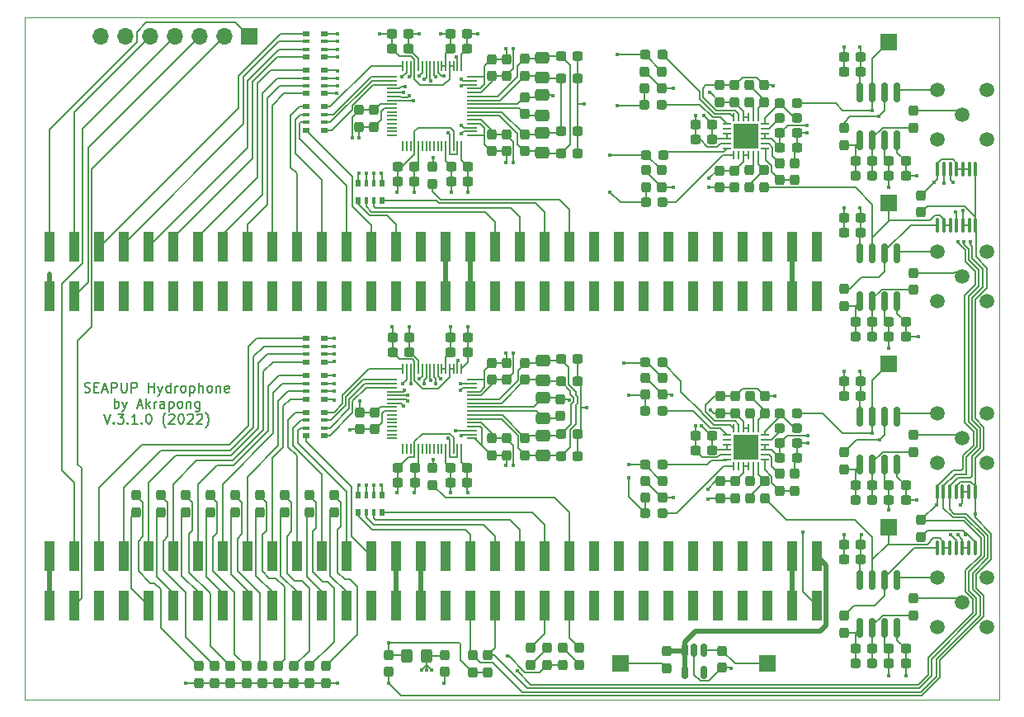
<source format=gtl>
G04 #@! TF.GenerationSoftware,KiCad,Pcbnew,(6.0.2)*
G04 #@! TF.CreationDate,2022-03-04T11:28:50+07:00*
G04 #@! TF.ProjectId,zeabus_hydrophone,7a656162-7573-45f6-9879-64726f70686f,3.1.0*
G04 #@! TF.SameCoordinates,Original*
G04 #@! TF.FileFunction,Copper,L1,Top*
G04 #@! TF.FilePolarity,Positive*
%FSLAX46Y46*%
G04 Gerber Fmt 4.6, Leading zero omitted, Abs format (unit mm)*
G04 Created by KiCad (PCBNEW (6.0.2)) date 2022-03-04 11:28:50*
%MOMM*%
%LPD*%
G01*
G04 APERTURE LIST*
G04 Aperture macros list*
%AMRoundRect*
0 Rectangle with rounded corners*
0 $1 Rounding radius*
0 $2 $3 $4 $5 $6 $7 $8 $9 X,Y pos of 4 corners*
0 Add a 4 corners polygon primitive as box body*
4,1,4,$2,$3,$4,$5,$6,$7,$8,$9,$2,$3,0*
0 Add four circle primitives for the rounded corners*
1,1,$1+$1,$2,$3*
1,1,$1+$1,$4,$5*
1,1,$1+$1,$6,$7*
1,1,$1+$1,$8,$9*
0 Add four rect primitives between the rounded corners*
20,1,$1+$1,$2,$3,$4,$5,0*
20,1,$1+$1,$4,$5,$6,$7,0*
20,1,$1+$1,$6,$7,$8,$9,0*
20,1,$1+$1,$8,$9,$2,$3,0*%
G04 Aperture macros list end*
G04 #@! TA.AperFunction,Profile*
%ADD10C,0.050000*%
G04 #@! TD*
%ADD11C,0.200000*%
G04 #@! TA.AperFunction,NonConductor*
%ADD12C,0.200000*%
G04 #@! TD*
G04 #@! TA.AperFunction,SMDPad,CuDef*
%ADD13RoundRect,0.237500X0.300000X0.237500X-0.300000X0.237500X-0.300000X-0.237500X0.300000X-0.237500X0*%
G04 #@! TD*
G04 #@! TA.AperFunction,SMDPad,CuDef*
%ADD14RoundRect,0.237500X0.237500X-0.300000X0.237500X0.300000X-0.237500X0.300000X-0.237500X-0.300000X0*%
G04 #@! TD*
G04 #@! TA.AperFunction,SMDPad,CuDef*
%ADD15RoundRect,0.237500X-0.237500X0.287500X-0.237500X-0.287500X0.237500X-0.287500X0.237500X0.287500X0*%
G04 #@! TD*
G04 #@! TA.AperFunction,SMDPad,CuDef*
%ADD16RoundRect,0.237500X-0.287500X-0.237500X0.287500X-0.237500X0.287500X0.237500X-0.287500X0.237500X0*%
G04 #@! TD*
G04 #@! TA.AperFunction,SMDPad,CuDef*
%ADD17RoundRect,0.237500X0.237500X-0.287500X0.237500X0.287500X-0.237500X0.287500X-0.237500X-0.287500X0*%
G04 #@! TD*
G04 #@! TA.AperFunction,SMDPad,CuDef*
%ADD18RoundRect,0.237500X-0.300000X-0.237500X0.300000X-0.237500X0.300000X0.237500X-0.300000X0.237500X0*%
G04 #@! TD*
G04 #@! TA.AperFunction,ComponentPad*
%ADD19C,1.506220*%
G04 #@! TD*
G04 #@! TA.AperFunction,ComponentPad*
%ADD20R,1.700000X1.700000*%
G04 #@! TD*
G04 #@! TA.AperFunction,ComponentPad*
%ADD21O,1.700000X1.700000*%
G04 #@! TD*
G04 #@! TA.AperFunction,SMDPad,CuDef*
%ADD22RoundRect,0.150000X0.150000X-0.825000X0.150000X0.825000X-0.150000X0.825000X-0.150000X-0.825000X0*%
G04 #@! TD*
G04 #@! TA.AperFunction,SMDPad,CuDef*
%ADD23R,0.800000X0.500000*%
G04 #@! TD*
G04 #@! TA.AperFunction,SMDPad,CuDef*
%ADD24R,0.800000X0.400000*%
G04 #@! TD*
G04 #@! TA.AperFunction,SMDPad,CuDef*
%ADD25R,0.500000X0.800000*%
G04 #@! TD*
G04 #@! TA.AperFunction,SMDPad,CuDef*
%ADD26R,0.400000X0.800000*%
G04 #@! TD*
G04 #@! TA.AperFunction,SMDPad,CuDef*
%ADD27R,1.130000X0.250000*%
G04 #@! TD*
G04 #@! TA.AperFunction,SMDPad,CuDef*
%ADD28R,0.250000X1.130000*%
G04 #@! TD*
G04 #@! TA.AperFunction,SMDPad,CuDef*
%ADD29RoundRect,0.062500X0.375000X0.062500X-0.375000X0.062500X-0.375000X-0.062500X0.375000X-0.062500X0*%
G04 #@! TD*
G04 #@! TA.AperFunction,SMDPad,CuDef*
%ADD30RoundRect,0.062500X0.062500X0.375000X-0.062500X0.375000X-0.062500X-0.375000X0.062500X-0.375000X0*%
G04 #@! TD*
G04 #@! TA.AperFunction,SMDPad,CuDef*
%ADD31R,2.500000X2.500000*%
G04 #@! TD*
G04 #@! TA.AperFunction,SMDPad,CuDef*
%ADD32RoundRect,0.100000X0.100000X-0.637500X0.100000X0.637500X-0.100000X0.637500X-0.100000X-0.637500X0*%
G04 #@! TD*
G04 #@! TA.AperFunction,SMDPad,CuDef*
%ADD33R,1.000000X3.150000*%
G04 #@! TD*
G04 #@! TA.AperFunction,SMDPad,CuDef*
%ADD34RoundRect,0.250000X-0.325000X-0.450000X0.325000X-0.450000X0.325000X0.450000X-0.325000X0.450000X0*%
G04 #@! TD*
G04 #@! TA.AperFunction,SMDPad,CuDef*
%ADD35RoundRect,0.150000X-0.150000X0.512500X-0.150000X-0.512500X0.150000X-0.512500X0.150000X0.512500X0*%
G04 #@! TD*
G04 #@! TA.AperFunction,SMDPad,CuDef*
%ADD36RoundRect,0.237500X-0.237500X0.300000X-0.237500X-0.300000X0.237500X-0.300000X0.237500X0.300000X0*%
G04 #@! TD*
G04 #@! TA.AperFunction,SMDPad,CuDef*
%ADD37RoundRect,0.250000X0.475000X-0.337500X0.475000X0.337500X-0.475000X0.337500X-0.475000X-0.337500X0*%
G04 #@! TD*
G04 #@! TA.AperFunction,ViaPad*
%ADD38C,0.450000*%
G04 #@! TD*
G04 #@! TA.AperFunction,Conductor*
%ADD39C,0.200000*%
G04 #@! TD*
G04 #@! TA.AperFunction,Conductor*
%ADD40C,0.500000*%
G04 #@! TD*
G04 APERTURE END LIST*
D10*
X178000000Y-56000000D02*
X78000000Y-56000000D01*
X78000000Y-126000000D02*
X178000000Y-126000000D01*
X78000000Y-56000000D02*
X78000000Y-126000000D01*
X178000000Y-126000000D02*
X178000000Y-56000000D01*
D11*
D12*
X84160428Y-94418761D02*
X84303285Y-94466380D01*
X84541380Y-94466380D01*
X84636619Y-94418761D01*
X84684238Y-94371142D01*
X84731857Y-94275904D01*
X84731857Y-94180666D01*
X84684238Y-94085428D01*
X84636619Y-94037809D01*
X84541380Y-93990190D01*
X84350904Y-93942571D01*
X84255666Y-93894952D01*
X84208047Y-93847333D01*
X84160428Y-93752095D01*
X84160428Y-93656857D01*
X84208047Y-93561619D01*
X84255666Y-93514000D01*
X84350904Y-93466380D01*
X84589000Y-93466380D01*
X84731857Y-93514000D01*
X85160428Y-93942571D02*
X85493761Y-93942571D01*
X85636619Y-94466380D02*
X85160428Y-94466380D01*
X85160428Y-93466380D01*
X85636619Y-93466380D01*
X86017571Y-94180666D02*
X86493761Y-94180666D01*
X85922333Y-94466380D02*
X86255666Y-93466380D01*
X86589000Y-94466380D01*
X86922333Y-94466380D02*
X86922333Y-93466380D01*
X87303285Y-93466380D01*
X87398523Y-93514000D01*
X87446142Y-93561619D01*
X87493761Y-93656857D01*
X87493761Y-93799714D01*
X87446142Y-93894952D01*
X87398523Y-93942571D01*
X87303285Y-93990190D01*
X86922333Y-93990190D01*
X87922333Y-93466380D02*
X87922333Y-94275904D01*
X87969952Y-94371142D01*
X88017571Y-94418761D01*
X88112809Y-94466380D01*
X88303285Y-94466380D01*
X88398523Y-94418761D01*
X88446142Y-94371142D01*
X88493761Y-94275904D01*
X88493761Y-93466380D01*
X88969952Y-94466380D02*
X88969952Y-93466380D01*
X89350904Y-93466380D01*
X89446142Y-93514000D01*
X89493761Y-93561619D01*
X89541380Y-93656857D01*
X89541380Y-93799714D01*
X89493761Y-93894952D01*
X89446142Y-93942571D01*
X89350904Y-93990190D01*
X88969952Y-93990190D01*
X90731857Y-94466380D02*
X90731857Y-93466380D01*
X90731857Y-93942571D02*
X91303285Y-93942571D01*
X91303285Y-94466380D02*
X91303285Y-93466380D01*
X91684238Y-93799714D02*
X91922333Y-94466380D01*
X92160428Y-93799714D02*
X91922333Y-94466380D01*
X91827095Y-94704476D01*
X91779476Y-94752095D01*
X91684238Y-94799714D01*
X92969952Y-94466380D02*
X92969952Y-93466380D01*
X92969952Y-94418761D02*
X92874714Y-94466380D01*
X92684238Y-94466380D01*
X92589000Y-94418761D01*
X92541380Y-94371142D01*
X92493761Y-94275904D01*
X92493761Y-93990190D01*
X92541380Y-93894952D01*
X92589000Y-93847333D01*
X92684238Y-93799714D01*
X92874714Y-93799714D01*
X92969952Y-93847333D01*
X93446142Y-94466380D02*
X93446142Y-93799714D01*
X93446142Y-93990190D02*
X93493761Y-93894952D01*
X93541380Y-93847333D01*
X93636619Y-93799714D01*
X93731857Y-93799714D01*
X94208047Y-94466380D02*
X94112809Y-94418761D01*
X94065190Y-94371142D01*
X94017571Y-94275904D01*
X94017571Y-93990190D01*
X94065190Y-93894952D01*
X94112809Y-93847333D01*
X94208047Y-93799714D01*
X94350904Y-93799714D01*
X94446142Y-93847333D01*
X94493761Y-93894952D01*
X94541380Y-93990190D01*
X94541380Y-94275904D01*
X94493761Y-94371142D01*
X94446142Y-94418761D01*
X94350904Y-94466380D01*
X94208047Y-94466380D01*
X94969952Y-93799714D02*
X94969952Y-94799714D01*
X94969952Y-93847333D02*
X95065190Y-93799714D01*
X95255666Y-93799714D01*
X95350904Y-93847333D01*
X95398523Y-93894952D01*
X95446142Y-93990190D01*
X95446142Y-94275904D01*
X95398523Y-94371142D01*
X95350904Y-94418761D01*
X95255666Y-94466380D01*
X95065190Y-94466380D01*
X94969952Y-94418761D01*
X95874714Y-94466380D02*
X95874714Y-93466380D01*
X96303285Y-94466380D02*
X96303285Y-93942571D01*
X96255666Y-93847333D01*
X96160428Y-93799714D01*
X96017571Y-93799714D01*
X95922333Y-93847333D01*
X95874714Y-93894952D01*
X96922333Y-94466380D02*
X96827095Y-94418761D01*
X96779476Y-94371142D01*
X96731857Y-94275904D01*
X96731857Y-93990190D01*
X96779476Y-93894952D01*
X96827095Y-93847333D01*
X96922333Y-93799714D01*
X97065190Y-93799714D01*
X97160428Y-93847333D01*
X97208047Y-93894952D01*
X97255666Y-93990190D01*
X97255666Y-94275904D01*
X97208047Y-94371142D01*
X97160428Y-94418761D01*
X97065190Y-94466380D01*
X96922333Y-94466380D01*
X97684238Y-93799714D02*
X97684238Y-94466380D01*
X97684238Y-93894952D02*
X97731857Y-93847333D01*
X97827095Y-93799714D01*
X97969952Y-93799714D01*
X98065190Y-93847333D01*
X98112809Y-93942571D01*
X98112809Y-94466380D01*
X98969952Y-94418761D02*
X98874714Y-94466380D01*
X98684238Y-94466380D01*
X98589000Y-94418761D01*
X98541380Y-94323523D01*
X98541380Y-93942571D01*
X98589000Y-93847333D01*
X98684238Y-93799714D01*
X98874714Y-93799714D01*
X98969952Y-93847333D01*
X99017571Y-93942571D01*
X99017571Y-94037809D01*
X98541380Y-94133047D01*
X87208047Y-96076380D02*
X87208047Y-95076380D01*
X87208047Y-95457333D02*
X87303285Y-95409714D01*
X87493761Y-95409714D01*
X87589000Y-95457333D01*
X87636619Y-95504952D01*
X87684238Y-95600190D01*
X87684238Y-95885904D01*
X87636619Y-95981142D01*
X87589000Y-96028761D01*
X87493761Y-96076380D01*
X87303285Y-96076380D01*
X87208047Y-96028761D01*
X88017571Y-95409714D02*
X88255666Y-96076380D01*
X88493761Y-95409714D02*
X88255666Y-96076380D01*
X88160428Y-96314476D01*
X88112809Y-96362095D01*
X88017571Y-96409714D01*
X89589000Y-95790666D02*
X90065190Y-95790666D01*
X89493761Y-96076380D02*
X89827095Y-95076380D01*
X90160428Y-96076380D01*
X90493761Y-96076380D02*
X90493761Y-95076380D01*
X90589000Y-95695428D02*
X90874714Y-96076380D01*
X90874714Y-95409714D02*
X90493761Y-95790666D01*
X91303285Y-96076380D02*
X91303285Y-95409714D01*
X91303285Y-95600190D02*
X91350904Y-95504952D01*
X91398523Y-95457333D01*
X91493761Y-95409714D01*
X91589000Y-95409714D01*
X92350904Y-96076380D02*
X92350904Y-95552571D01*
X92303285Y-95457333D01*
X92208047Y-95409714D01*
X92017571Y-95409714D01*
X91922333Y-95457333D01*
X92350904Y-96028761D02*
X92255666Y-96076380D01*
X92017571Y-96076380D01*
X91922333Y-96028761D01*
X91874714Y-95933523D01*
X91874714Y-95838285D01*
X91922333Y-95743047D01*
X92017571Y-95695428D01*
X92255666Y-95695428D01*
X92350904Y-95647809D01*
X92827095Y-95409714D02*
X92827095Y-96409714D01*
X92827095Y-95457333D02*
X92922333Y-95409714D01*
X93112809Y-95409714D01*
X93208047Y-95457333D01*
X93255666Y-95504952D01*
X93303285Y-95600190D01*
X93303285Y-95885904D01*
X93255666Y-95981142D01*
X93208047Y-96028761D01*
X93112809Y-96076380D01*
X92922333Y-96076380D01*
X92827095Y-96028761D01*
X93874714Y-96076380D02*
X93779476Y-96028761D01*
X93731857Y-95981142D01*
X93684238Y-95885904D01*
X93684238Y-95600190D01*
X93731857Y-95504952D01*
X93779476Y-95457333D01*
X93874714Y-95409714D01*
X94017571Y-95409714D01*
X94112809Y-95457333D01*
X94160428Y-95504952D01*
X94208047Y-95600190D01*
X94208047Y-95885904D01*
X94160428Y-95981142D01*
X94112809Y-96028761D01*
X94017571Y-96076380D01*
X93874714Y-96076380D01*
X94636619Y-95409714D02*
X94636619Y-96076380D01*
X94636619Y-95504952D02*
X94684238Y-95457333D01*
X94779476Y-95409714D01*
X94922333Y-95409714D01*
X95017571Y-95457333D01*
X95065190Y-95552571D01*
X95065190Y-96076380D01*
X95969952Y-95409714D02*
X95969952Y-96219238D01*
X95922333Y-96314476D01*
X95874714Y-96362095D01*
X95779476Y-96409714D01*
X95636619Y-96409714D01*
X95541380Y-96362095D01*
X95969952Y-96028761D02*
X95874714Y-96076380D01*
X95684238Y-96076380D01*
X95589000Y-96028761D01*
X95541380Y-95981142D01*
X95493761Y-95885904D01*
X95493761Y-95600190D01*
X95541380Y-95504952D01*
X95589000Y-95457333D01*
X95684238Y-95409714D01*
X95874714Y-95409714D01*
X95969952Y-95457333D01*
X86160428Y-96686380D02*
X86493761Y-97686380D01*
X86827095Y-96686380D01*
X87160428Y-97591142D02*
X87208047Y-97638761D01*
X87160428Y-97686380D01*
X87112809Y-97638761D01*
X87160428Y-97591142D01*
X87160428Y-97686380D01*
X87541380Y-96686380D02*
X88160428Y-96686380D01*
X87827095Y-97067333D01*
X87969952Y-97067333D01*
X88065190Y-97114952D01*
X88112809Y-97162571D01*
X88160428Y-97257809D01*
X88160428Y-97495904D01*
X88112809Y-97591142D01*
X88065190Y-97638761D01*
X87969952Y-97686380D01*
X87684238Y-97686380D01*
X87589000Y-97638761D01*
X87541380Y-97591142D01*
X88589000Y-97591142D02*
X88636619Y-97638761D01*
X88589000Y-97686380D01*
X88541380Y-97638761D01*
X88589000Y-97591142D01*
X88589000Y-97686380D01*
X89589000Y-97686380D02*
X89017571Y-97686380D01*
X89303285Y-97686380D02*
X89303285Y-96686380D01*
X89208047Y-96829238D01*
X89112809Y-96924476D01*
X89017571Y-96972095D01*
X90017571Y-97591142D02*
X90065190Y-97638761D01*
X90017571Y-97686380D01*
X89969952Y-97638761D01*
X90017571Y-97591142D01*
X90017571Y-97686380D01*
X90684238Y-96686380D02*
X90779476Y-96686380D01*
X90874714Y-96734000D01*
X90922333Y-96781619D01*
X90969952Y-96876857D01*
X91017571Y-97067333D01*
X91017571Y-97305428D01*
X90969952Y-97495904D01*
X90922333Y-97591142D01*
X90874714Y-97638761D01*
X90779476Y-97686380D01*
X90684238Y-97686380D01*
X90589000Y-97638761D01*
X90541380Y-97591142D01*
X90493761Y-97495904D01*
X90446142Y-97305428D01*
X90446142Y-97067333D01*
X90493761Y-96876857D01*
X90541380Y-96781619D01*
X90589000Y-96734000D01*
X90684238Y-96686380D01*
X92493761Y-98067333D02*
X92446142Y-98019714D01*
X92350904Y-97876857D01*
X92303285Y-97781619D01*
X92255666Y-97638761D01*
X92208047Y-97400666D01*
X92208047Y-97210190D01*
X92255666Y-96972095D01*
X92303285Y-96829238D01*
X92350904Y-96734000D01*
X92446142Y-96591142D01*
X92493761Y-96543523D01*
X92827095Y-96781619D02*
X92874714Y-96734000D01*
X92969952Y-96686380D01*
X93208047Y-96686380D01*
X93303285Y-96734000D01*
X93350904Y-96781619D01*
X93398523Y-96876857D01*
X93398523Y-96972095D01*
X93350904Y-97114952D01*
X92779476Y-97686380D01*
X93398523Y-97686380D01*
X94017571Y-96686380D02*
X94112809Y-96686380D01*
X94208047Y-96734000D01*
X94255666Y-96781619D01*
X94303285Y-96876857D01*
X94350904Y-97067333D01*
X94350904Y-97305428D01*
X94303285Y-97495904D01*
X94255666Y-97591142D01*
X94208047Y-97638761D01*
X94112809Y-97686380D01*
X94017571Y-97686380D01*
X93922333Y-97638761D01*
X93874714Y-97591142D01*
X93827095Y-97495904D01*
X93779476Y-97305428D01*
X93779476Y-97067333D01*
X93827095Y-96876857D01*
X93874714Y-96781619D01*
X93922333Y-96734000D01*
X94017571Y-96686380D01*
X94731857Y-96781619D02*
X94779476Y-96734000D01*
X94874714Y-96686380D01*
X95112809Y-96686380D01*
X95208047Y-96734000D01*
X95255666Y-96781619D01*
X95303285Y-96876857D01*
X95303285Y-96972095D01*
X95255666Y-97114952D01*
X94684238Y-97686380D01*
X95303285Y-97686380D01*
X95684238Y-96781619D02*
X95731857Y-96734000D01*
X95827095Y-96686380D01*
X96065190Y-96686380D01*
X96160428Y-96734000D01*
X96208047Y-96781619D01*
X96255666Y-96876857D01*
X96255666Y-96972095D01*
X96208047Y-97114952D01*
X95636619Y-97686380D01*
X96255666Y-97686380D01*
X96589000Y-98067333D02*
X96636619Y-98019714D01*
X96731857Y-97876857D01*
X96779476Y-97781619D01*
X96827095Y-97638761D01*
X96874714Y-97400666D01*
X96874714Y-97210190D01*
X96827095Y-96972095D01*
X96779476Y-96829238D01*
X96731857Y-96734000D01*
X96636619Y-96591142D01*
X96589000Y-96543523D01*
D13*
X123413000Y-102177200D03*
X121688000Y-102177200D03*
D14*
X113915600Y-98265600D03*
X113915600Y-96540600D03*
X113864800Y-67226800D03*
X113864800Y-65501800D03*
X129358800Y-93182300D03*
X129358800Y-91457300D03*
X132965600Y-96892900D03*
X132965600Y-95167900D03*
D15*
X91970000Y-105036000D03*
X91970000Y-106786000D03*
D14*
X129358800Y-100903900D03*
X129358800Y-99178900D03*
X129308000Y-61965100D03*
X129308000Y-60240100D03*
D15*
X94510000Y-105022000D03*
X94510000Y-106772000D03*
X97050000Y-105022000D03*
X97050000Y-106772000D03*
X99590000Y-105022000D03*
X99590000Y-106772000D03*
D16*
X155508300Y-98164000D03*
X157258300Y-98164000D03*
D17*
X152371200Y-64698200D03*
X152371200Y-62948200D03*
D16*
X155498000Y-66312400D03*
X157248000Y-66312400D03*
X155520800Y-96640000D03*
X157270800Y-96640000D03*
D17*
X153895200Y-64698200D03*
X153895200Y-62948200D03*
D16*
X155509400Y-64788400D03*
X157259400Y-64788400D03*
D17*
X123974000Y-123183000D03*
X123974000Y-121433000D03*
D15*
X162074000Y-100591000D03*
X162074000Y-102341000D03*
X162074000Y-67317000D03*
X162074000Y-69067000D03*
D16*
X163231000Y-105530000D03*
X164981000Y-105530000D03*
D17*
X125498000Y-123183000D03*
X125498000Y-121433000D03*
D15*
X169186000Y-98813000D03*
X169186000Y-100563000D03*
X169186000Y-65539000D03*
X169186000Y-67289000D03*
D16*
X141782000Y-70097000D03*
X143532000Y-70097000D03*
X141731200Y-74973800D03*
X143481200Y-74973800D03*
X141681500Y-106875100D03*
X143431500Y-106875100D03*
D15*
X155470000Y-70935200D03*
X155470000Y-72685200D03*
X152371200Y-71674400D03*
X152371200Y-73424400D03*
X153946000Y-103588200D03*
X153946000Y-105338200D03*
X152422000Y-103588200D03*
X152422000Y-105338200D03*
X162074000Y-83827000D03*
X162074000Y-85577000D03*
X162074000Y-117355000D03*
X162074000Y-119105000D03*
D16*
X163231000Y-88766000D03*
X164981000Y-88766000D03*
X163231000Y-122294000D03*
X164981000Y-122294000D03*
D15*
X169186000Y-82190000D03*
X169186000Y-83940000D03*
X169186000Y-115577000D03*
X169186000Y-117327000D03*
X129943000Y-120671000D03*
X129943000Y-122421000D03*
X134896000Y-120671000D03*
X134896000Y-122421000D03*
D13*
X163799000Y-110102000D03*
X162074000Y-110102000D03*
D14*
X169998800Y-109287000D03*
X169998800Y-107562000D03*
D18*
X166699000Y-87242000D03*
X168424000Y-87242000D03*
D15*
X89430000Y-105022000D03*
X89430000Y-106772000D03*
D13*
X163799000Y-78098000D03*
X162074000Y-78098000D03*
D18*
X166699000Y-120770000D03*
X168424000Y-120770000D03*
D13*
X163799000Y-111626000D03*
X162074000Y-111626000D03*
D18*
X155520800Y-99688000D03*
X157245800Y-99688000D03*
X166699000Y-88766000D03*
X168424000Y-88766000D03*
D13*
X163799000Y-76574000D03*
X162074000Y-76574000D03*
D19*
X174200000Y-116000000D03*
X171660000Y-113460000D03*
X176740000Y-113460000D03*
X171660000Y-118540000D03*
X176740000Y-118540000D03*
D18*
X155521900Y-69360400D03*
X157246900Y-69360400D03*
D14*
X141653500Y-105249500D03*
X141653500Y-103524500D03*
X149374000Y-105325700D03*
X149374000Y-103600700D03*
D13*
X164968500Y-120770000D03*
X163243500Y-120770000D03*
D20*
X101040000Y-57930400D03*
D21*
X98500000Y-57930400D03*
X95960000Y-57930400D03*
X93420000Y-57930400D03*
X90880000Y-57930400D03*
X88340000Y-57930400D03*
X85800000Y-57930400D03*
D14*
X150898000Y-105325700D03*
X150898000Y-103600700D03*
D13*
X164968500Y-87242000D03*
X163243500Y-87242000D03*
D14*
X169998800Y-75964400D03*
X169998800Y-74239400D03*
D13*
X123514600Y-71290800D03*
X121789600Y-71290800D03*
X123466000Y-88815700D03*
X121741000Y-88815700D03*
X123466000Y-90339700D03*
X121741000Y-90339700D03*
D20*
X166646000Y-58540000D03*
D22*
X163725000Y-68635000D03*
X164995000Y-68635000D03*
X166265000Y-68635000D03*
X167535000Y-68635000D03*
X167535000Y-63685000D03*
X166265000Y-63685000D03*
X164995000Y-63685000D03*
X163725000Y-63685000D03*
D23*
X108719600Y-60044800D03*
D24*
X108719600Y-59244800D03*
X108719600Y-58444800D03*
D23*
X108719600Y-57644800D03*
X106919600Y-57644800D03*
D24*
X106919600Y-58444800D03*
X106919600Y-59244800D03*
D23*
X106919600Y-60044800D03*
D25*
X114633000Y-73007000D03*
D26*
X113833000Y-73007000D03*
X113033000Y-73007000D03*
D25*
X112233000Y-73007000D03*
X112233000Y-74807000D03*
D26*
X113033000Y-74807000D03*
X113833000Y-74807000D03*
D25*
X114633000Y-74807000D03*
D23*
X108719600Y-95147600D03*
D24*
X108719600Y-94347600D03*
X108719600Y-93547600D03*
D23*
X108719600Y-92747600D03*
X106919600Y-92747600D03*
D24*
X106919600Y-93547600D03*
X106919600Y-94347600D03*
D23*
X106919600Y-95147600D03*
X108719600Y-98906800D03*
D24*
X108719600Y-98106800D03*
X108719600Y-97306800D03*
D23*
X108719600Y-96506800D03*
X106919600Y-96506800D03*
D24*
X106919600Y-97306800D03*
X106919600Y-98106800D03*
D23*
X106919600Y-98906800D03*
D25*
X114633000Y-105011000D03*
D26*
X113833000Y-105011000D03*
X113033000Y-105011000D03*
D25*
X112233000Y-105011000D03*
X112233000Y-106811000D03*
D26*
X113033000Y-106811000D03*
X113833000Y-106811000D03*
D25*
X114633000Y-106811000D03*
D16*
X141680400Y-91355700D03*
X143430400Y-91355700D03*
X141691800Y-96334100D03*
X143441800Y-96334100D03*
X141680400Y-59810000D03*
X143430400Y-59810000D03*
X141629600Y-64940800D03*
X143379600Y-64940800D03*
D17*
X152422000Y-96600600D03*
X152422000Y-94850600D03*
D13*
X123415200Y-59200400D03*
X121690200Y-59200400D03*
D14*
X149323200Y-73423300D03*
X149323200Y-71698300D03*
X112391600Y-98263400D03*
X112391600Y-96538400D03*
X112340800Y-67224600D03*
X112340800Y-65499600D03*
D17*
X156994000Y-104576200D03*
X156994000Y-102826200D03*
D15*
X109750000Y-105036000D03*
X109750000Y-106786000D03*
X102130000Y-105022000D03*
X102130000Y-106772000D03*
X153895200Y-71674400D03*
X153895200Y-73424400D03*
D17*
X156994000Y-72685200D03*
X156994000Y-70935200D03*
X119859200Y-103966600D03*
X119859200Y-102216600D03*
D15*
X104670000Y-105022000D03*
X104670000Y-106772000D03*
D27*
X123923400Y-68093200D03*
X123923400Y-67693200D03*
X123923400Y-67293200D03*
X123923400Y-66893200D03*
X123923400Y-66493200D03*
X123923400Y-66093200D03*
X123923400Y-65693200D03*
X123923400Y-65293200D03*
X123923400Y-64893200D03*
X123923400Y-64493200D03*
X123923400Y-64093200D03*
X123923400Y-63693200D03*
X123923400Y-63293200D03*
X123923400Y-62893200D03*
X123923400Y-62493200D03*
X123923400Y-62093200D03*
D28*
X122808400Y-60978200D03*
X122408400Y-60978200D03*
X122008400Y-60978200D03*
X121608400Y-60978200D03*
X121208400Y-60978200D03*
X120808400Y-60978200D03*
X120408400Y-60978200D03*
X120008400Y-60978200D03*
X119608400Y-60978200D03*
X119208400Y-60978200D03*
X118808400Y-60978200D03*
X118408400Y-60978200D03*
X118008400Y-60978200D03*
X117608400Y-60978200D03*
X117208400Y-60978200D03*
X116808400Y-60978200D03*
D27*
X115693400Y-62093200D03*
X115693400Y-62493200D03*
X115693400Y-62893200D03*
X115693400Y-63293200D03*
X115693400Y-63693200D03*
X115693400Y-64093200D03*
X115693400Y-64493200D03*
X115693400Y-64893200D03*
X115693400Y-65293200D03*
X115693400Y-65693200D03*
X115693400Y-66093200D03*
X115693400Y-66493200D03*
X115693400Y-66893200D03*
X115693400Y-67293200D03*
X115693400Y-67693200D03*
X115693400Y-68093200D03*
D28*
X116808400Y-69208200D03*
X117208400Y-69208200D03*
X117608400Y-69208200D03*
X118008400Y-69208200D03*
X118408400Y-69208200D03*
X118808400Y-69208200D03*
X119208400Y-69208200D03*
X119608400Y-69208200D03*
X120008400Y-69208200D03*
X120408400Y-69208200D03*
X120808400Y-69208200D03*
X121208400Y-69208200D03*
X121608400Y-69208200D03*
X122008400Y-69208200D03*
X122408400Y-69208200D03*
X122808400Y-69208200D03*
D29*
X153968500Y-69442000D03*
X153968500Y-68942000D03*
X153968500Y-68442000D03*
X153968500Y-67942000D03*
X153968500Y-67442000D03*
X153968500Y-66942000D03*
D30*
X153281000Y-66254500D03*
X152781000Y-66254500D03*
X152281000Y-66254500D03*
X151781000Y-66254500D03*
X151281000Y-66254500D03*
X150781000Y-66254500D03*
D29*
X150093500Y-66942000D03*
X150093500Y-67442000D03*
X150093500Y-67942000D03*
X150093500Y-68442000D03*
X150093500Y-68942000D03*
X150093500Y-69442000D03*
D30*
X150781000Y-70129500D03*
X151281000Y-70129500D03*
X151781000Y-70129500D03*
X152281000Y-70129500D03*
X152781000Y-70129500D03*
X153281000Y-70129500D03*
D31*
X152031000Y-68192000D03*
D32*
X171625600Y-110406800D03*
X172275600Y-110406800D03*
X172925600Y-110406800D03*
X173575600Y-110406800D03*
X174225600Y-110406800D03*
X174875600Y-110406800D03*
X175525600Y-110406800D03*
X175525600Y-104681800D03*
X174875600Y-104681800D03*
X174225600Y-104681800D03*
X173575600Y-104681800D03*
X172925600Y-104681800D03*
X172275600Y-104681800D03*
X171625600Y-104681800D03*
D18*
X155521900Y-67836400D03*
X157246900Y-67836400D03*
D33*
X159275000Y-79525000D03*
X156735000Y-79525000D03*
X154195000Y-79525000D03*
X151655000Y-79525000D03*
X149115000Y-79525000D03*
X146575000Y-79525000D03*
X144035000Y-79525000D03*
X141495000Y-79525000D03*
X138955000Y-79525000D03*
X136415000Y-79525000D03*
X133875000Y-79525000D03*
X131335000Y-79525000D03*
X128795000Y-79525000D03*
X126255000Y-79525000D03*
X123715000Y-79525000D03*
X121175000Y-79525000D03*
X118635000Y-79525000D03*
X116095000Y-79525000D03*
X113555000Y-79525000D03*
X111015000Y-79525000D03*
X108475000Y-79525000D03*
X105935000Y-79525000D03*
X103395000Y-79525000D03*
X100855000Y-79525000D03*
X98315000Y-79525000D03*
X95775000Y-79525000D03*
X93235000Y-79525000D03*
X90695000Y-79525000D03*
X88155000Y-79525000D03*
X85615000Y-79525000D03*
X83075000Y-79525000D03*
X80535000Y-79525000D03*
X159275000Y-84575000D03*
X156735000Y-84575000D03*
X154195000Y-84575000D03*
X151655000Y-84575000D03*
X149115000Y-84575000D03*
X146575000Y-84575000D03*
X144035000Y-84575000D03*
X141495000Y-84575000D03*
X138955000Y-84575000D03*
X136415000Y-84575000D03*
X133875000Y-84575000D03*
X131335000Y-84575000D03*
X128795000Y-84575000D03*
X126255000Y-84575000D03*
X123715000Y-84575000D03*
X121175000Y-84575000D03*
X118635000Y-84575000D03*
X116095000Y-84575000D03*
X113555000Y-84575000D03*
X111015000Y-84575000D03*
X108475000Y-84575000D03*
X105935000Y-84575000D03*
X103395000Y-84575000D03*
X100855000Y-84575000D03*
X98315000Y-84575000D03*
X95775000Y-84575000D03*
X93235000Y-84575000D03*
X90695000Y-84575000D03*
X88155000Y-84575000D03*
X85615000Y-84575000D03*
X83075000Y-84575000D03*
X80535000Y-84575000D03*
X159290200Y-111271600D03*
X156750200Y-111271600D03*
X154210200Y-111271600D03*
X151670200Y-111271600D03*
X149130200Y-111271600D03*
X146590200Y-111271600D03*
X144050200Y-111271600D03*
X141510200Y-111271600D03*
X138970200Y-111271600D03*
X136430200Y-111271600D03*
X133890200Y-111271600D03*
X131350200Y-111271600D03*
X128810200Y-111271600D03*
X126270200Y-111271600D03*
X123730200Y-111271600D03*
X121190200Y-111271600D03*
X118650200Y-111271600D03*
X116110200Y-111271600D03*
X113570200Y-111271600D03*
X111030200Y-111271600D03*
X108490200Y-111271600D03*
X105950200Y-111271600D03*
X103410200Y-111271600D03*
X100870200Y-111271600D03*
X98330200Y-111271600D03*
X95790200Y-111271600D03*
X93250200Y-111271600D03*
X90710200Y-111271600D03*
X88170200Y-111271600D03*
X85630200Y-111271600D03*
X83090200Y-111271600D03*
X80550200Y-111271600D03*
X159290200Y-116321600D03*
X156750200Y-116321600D03*
X154210200Y-116321600D03*
X151670200Y-116321600D03*
X149130200Y-116321600D03*
X146590200Y-116321600D03*
X144050200Y-116321600D03*
X141510200Y-116321600D03*
X138970200Y-116321600D03*
X136430200Y-116321600D03*
X133890200Y-116321600D03*
X131350200Y-116321600D03*
X128810200Y-116321600D03*
X126270200Y-116321600D03*
X123730200Y-116321600D03*
X121190200Y-116321600D03*
X118650200Y-116321600D03*
X116110200Y-116321600D03*
X113570200Y-116321600D03*
X111030200Y-116321600D03*
X108490200Y-116321600D03*
X105950200Y-116321600D03*
X103410200Y-116321600D03*
X100870200Y-116321600D03*
X98330200Y-116321600D03*
X95790200Y-116321600D03*
X93250200Y-116321600D03*
X90710200Y-116321600D03*
X88170200Y-116321600D03*
X85630200Y-116321600D03*
X83090200Y-116321600D03*
X80550200Y-116321600D03*
D23*
X108719600Y-63804000D03*
D24*
X108719600Y-63004000D03*
X108719600Y-62204000D03*
D23*
X108719600Y-61404000D03*
X106919600Y-61404000D03*
D24*
X106919600Y-62204000D03*
X106919600Y-63004000D03*
D23*
X106919600Y-63804000D03*
X108719600Y-67563200D03*
D24*
X108719600Y-66763200D03*
X108719600Y-65963200D03*
D23*
X108719600Y-65163200D03*
X106919600Y-65163200D03*
D24*
X106919600Y-65963200D03*
X106919600Y-66763200D03*
D23*
X106919600Y-67563200D03*
D34*
X117208600Y-121532000D03*
X119258600Y-121532000D03*
D14*
X127428400Y-61992200D03*
X127428400Y-60267200D03*
X127428400Y-93184500D03*
X127428400Y-91459500D03*
D13*
X123516800Y-72814800D03*
X121791800Y-72814800D03*
X123415200Y-57676400D03*
X121690200Y-57676400D03*
D17*
X119859200Y-73091600D03*
X119859200Y-71341600D03*
D35*
X147657000Y-120902500D03*
X146707000Y-120902500D03*
X145757000Y-120902500D03*
X145757000Y-123177500D03*
X147657000Y-123177500D03*
D29*
X153968500Y-101329000D03*
X153968500Y-100829000D03*
X153968500Y-100329000D03*
X153968500Y-99829000D03*
X153968500Y-99329000D03*
X153968500Y-98829000D03*
D30*
X153281000Y-98141500D03*
X152781000Y-98141500D03*
X152281000Y-98141500D03*
X151781000Y-98141500D03*
X151281000Y-98141500D03*
X150781000Y-98141500D03*
D29*
X150093500Y-98829000D03*
X150093500Y-99329000D03*
X150093500Y-99829000D03*
X150093500Y-100329000D03*
X150093500Y-100829000D03*
X150093500Y-101329000D03*
D30*
X150781000Y-102016500D03*
X151281000Y-102016500D03*
X151781000Y-102016500D03*
X152281000Y-102016500D03*
X152781000Y-102016500D03*
X153281000Y-102016500D03*
D31*
X152031000Y-100079000D03*
D13*
X123413000Y-103701200D03*
X121688000Y-103701200D03*
D18*
X166699000Y-122294000D03*
X168424000Y-122294000D03*
D20*
X166646000Y-75050000D03*
X139163200Y-122294000D03*
X166646000Y-108324000D03*
D14*
X150847200Y-73423300D03*
X150847200Y-71698300D03*
D32*
X171681000Y-77277500D03*
X172331000Y-77277500D03*
X172981000Y-77277500D03*
X173631000Y-77277500D03*
X174281000Y-77277500D03*
X174931000Y-77277500D03*
X175581000Y-77277500D03*
X175581000Y-71552500D03*
X174931000Y-71552500D03*
X174281000Y-71552500D03*
X173631000Y-71552500D03*
X172981000Y-71552500D03*
X172331000Y-71552500D03*
X171681000Y-71552500D03*
D18*
X155523000Y-101212000D03*
X157248000Y-101212000D03*
D19*
X174200000Y-66000000D03*
X171660000Y-63460000D03*
X176740000Y-63460000D03*
X171660000Y-68540000D03*
X176740000Y-68540000D03*
X174200000Y-82600000D03*
X171660000Y-80060000D03*
X176740000Y-80060000D03*
X171660000Y-85140000D03*
X176740000Y-85140000D03*
X174200000Y-99200000D03*
X171660000Y-96660000D03*
X176740000Y-96660000D03*
X171660000Y-101740000D03*
X176740000Y-101740000D03*
D20*
X166646000Y-91560000D03*
X154200000Y-122294000D03*
D15*
X107210000Y-105022000D03*
X107210000Y-106772000D03*
D16*
X141681500Y-101896700D03*
X143431500Y-101896700D03*
X163231000Y-72256000D03*
X164981000Y-72256000D03*
D22*
X163725000Y-101909000D03*
X164995000Y-101909000D03*
X166265000Y-101909000D03*
X167535000Y-101909000D03*
X167535000Y-96959000D03*
X166265000Y-96959000D03*
X164995000Y-96959000D03*
X163725000Y-96959000D03*
X163725000Y-118673000D03*
X164995000Y-118673000D03*
X166265000Y-118673000D03*
X167535000Y-118673000D03*
X167535000Y-113723000D03*
X166265000Y-113723000D03*
X164995000Y-113723000D03*
X163725000Y-113723000D03*
X163725000Y-85145000D03*
X164995000Y-85145000D03*
X166265000Y-85145000D03*
X167535000Y-85145000D03*
X167535000Y-80195000D03*
X166265000Y-80195000D03*
X164995000Y-80195000D03*
X163725000Y-80195000D03*
D15*
X155470000Y-102814800D03*
X155470000Y-104564800D03*
D17*
X153946000Y-96600600D03*
X153946000Y-94850600D03*
D23*
X108719600Y-91337600D03*
D24*
X108719600Y-90537600D03*
X108719600Y-89737600D03*
D23*
X108719600Y-88937600D03*
X106919600Y-88937600D03*
D24*
X106919600Y-89737600D03*
X106919600Y-90537600D03*
D23*
X106919600Y-91337600D03*
D18*
X115745500Y-90340800D03*
X117470500Y-90340800D03*
D36*
X115338000Y-121432600D03*
X115338000Y-123157600D03*
D14*
X149551800Y-122700400D03*
X149551800Y-120975400D03*
D36*
X121078400Y-121431500D03*
X121078400Y-123156500D03*
D18*
X115695800Y-59200400D03*
X117420800Y-59200400D03*
D27*
X123923400Y-99181700D03*
X123923400Y-98781700D03*
X123923400Y-98381700D03*
X123923400Y-97981700D03*
X123923400Y-97581700D03*
X123923400Y-97181700D03*
X123923400Y-96781700D03*
X123923400Y-96381700D03*
X123923400Y-95981700D03*
X123923400Y-95581700D03*
X123923400Y-95181700D03*
X123923400Y-94781700D03*
X123923400Y-94381700D03*
X123923400Y-93981700D03*
X123923400Y-93581700D03*
X123923400Y-93181700D03*
D28*
X122808400Y-92066700D03*
X122408400Y-92066700D03*
X122008400Y-92066700D03*
X121608400Y-92066700D03*
X121208400Y-92066700D03*
X120808400Y-92066700D03*
X120408400Y-92066700D03*
X120008400Y-92066700D03*
X119608400Y-92066700D03*
X119208400Y-92066700D03*
X118808400Y-92066700D03*
X118408400Y-92066700D03*
X118008400Y-92066700D03*
X117608400Y-92066700D03*
X117208400Y-92066700D03*
X116808400Y-92066700D03*
D27*
X115693400Y-93181700D03*
X115693400Y-93581700D03*
X115693400Y-93981700D03*
X115693400Y-94381700D03*
X115693400Y-94781700D03*
X115693400Y-95181700D03*
X115693400Y-95581700D03*
X115693400Y-95981700D03*
X115693400Y-96381700D03*
X115693400Y-96781700D03*
X115693400Y-97181700D03*
X115693400Y-97581700D03*
X115693400Y-97981700D03*
X115693400Y-98381700D03*
X115693400Y-98781700D03*
X115693400Y-99181700D03*
D28*
X116808400Y-100296700D03*
X117208400Y-100296700D03*
X117608400Y-100296700D03*
X118008400Y-100296700D03*
X118408400Y-100296700D03*
X118808400Y-100296700D03*
X119208400Y-100296700D03*
X119608400Y-100296700D03*
X120008400Y-100296700D03*
X120408400Y-100296700D03*
X120808400Y-100296700D03*
X121208400Y-100296700D03*
X121608400Y-100296700D03*
X122008400Y-100296700D03*
X122408400Y-100296700D03*
X122808400Y-100296700D03*
D37*
X131187600Y-93235300D03*
X131187600Y-91160300D03*
D14*
X143862200Y-122751200D03*
X143862200Y-121026200D03*
D18*
X115694700Y-57676400D03*
X117419700Y-57676400D03*
X115746600Y-88816800D03*
X117471600Y-88816800D03*
D14*
X129308000Y-69737500D03*
X129308000Y-68012500D03*
X129308000Y-65875600D03*
X129308000Y-64150600D03*
D18*
X133017500Y-69991500D03*
X134742500Y-69991500D03*
X133017500Y-67705500D03*
X134742500Y-67705500D03*
X133018600Y-62269900D03*
X134743600Y-62269900D03*
X133018600Y-101058500D03*
X134743600Y-101058500D03*
X133017500Y-98772500D03*
X134742500Y-98772500D03*
X133017500Y-93336900D03*
X134742500Y-93336900D03*
X133017500Y-91050900D03*
X134742500Y-91050900D03*
D37*
X131136800Y-69889900D03*
X131136800Y-67814900D03*
X131136800Y-66029100D03*
X131136800Y-63954100D03*
X131136800Y-62168300D03*
X131136800Y-60093300D03*
X131187600Y-100956900D03*
X131187600Y-98881900D03*
X131187600Y-97096100D03*
X131187600Y-95021100D03*
D36*
X125904400Y-68012500D03*
X125904400Y-69737500D03*
X125904400Y-99181100D03*
X125904400Y-100906100D03*
D18*
X116254600Y-71290800D03*
X117979600Y-71290800D03*
X116305400Y-102177200D03*
X118030400Y-102177200D03*
D36*
X127428400Y-68011400D03*
X127428400Y-69736400D03*
X127428400Y-99180000D03*
X127428400Y-100905000D03*
D18*
X116254600Y-72814800D03*
X117979600Y-72814800D03*
X116305400Y-103701200D03*
X118030400Y-103701200D03*
D14*
X125904400Y-61992200D03*
X125904400Y-60267200D03*
X125904400Y-93183400D03*
X125904400Y-91458400D03*
D18*
X133016400Y-59983900D03*
X134741400Y-59983900D03*
D17*
X133245000Y-122421000D03*
X133245000Y-120671000D03*
X131594000Y-122421000D03*
X131594000Y-120671000D03*
D14*
X143431500Y-105249500D03*
X143431500Y-103524500D03*
D18*
X166699000Y-70732000D03*
X168424000Y-70732000D03*
D17*
X107260800Y-124298000D03*
X107260800Y-122548000D03*
X99132800Y-124298000D03*
X99132800Y-122548000D03*
D14*
X149323200Y-64686800D03*
X149323200Y-62961800D03*
D13*
X164968500Y-104006000D03*
X163243500Y-104006000D03*
D14*
X143379600Y-73399000D03*
X143379600Y-71674000D03*
D18*
X146836200Y-68547600D03*
X148561200Y-68547600D03*
D13*
X163799000Y-60064000D03*
X162074000Y-60064000D03*
D14*
X150847200Y-64686800D03*
X150847200Y-62961800D03*
D13*
X163799000Y-93338000D03*
X162074000Y-93338000D03*
D18*
X146836200Y-100399200D03*
X148561200Y-100399200D03*
D17*
X100758400Y-124298000D03*
X100758400Y-122548000D03*
D14*
X143407600Y-63264400D03*
X143407600Y-61539400D03*
X149374000Y-96589200D03*
X149374000Y-94864200D03*
D17*
X97507200Y-124298000D03*
X97507200Y-122548000D03*
D18*
X146836200Y-98875200D03*
X148561200Y-98875200D03*
X166699000Y-105530000D03*
X168424000Y-105530000D03*
D13*
X163799000Y-61588000D03*
X162074000Y-61588000D03*
D14*
X141652400Y-94708500D03*
X141652400Y-92983500D03*
X141629600Y-63262200D03*
X141629600Y-61537200D03*
D17*
X102384000Y-124298000D03*
X102384000Y-122548000D03*
D14*
X150898000Y-96589200D03*
X150898000Y-94864200D03*
D17*
X104009600Y-124298000D03*
X104009600Y-122548000D03*
X105635200Y-124298000D03*
X105635200Y-122548000D03*
D13*
X164968500Y-70732000D03*
X163243500Y-70732000D03*
D17*
X108886400Y-124298000D03*
X108886400Y-122548000D03*
D14*
X143481200Y-94708500D03*
X143481200Y-92983500D03*
D18*
X166699000Y-104006000D03*
X168424000Y-104006000D03*
X146836200Y-67023600D03*
X148561200Y-67023600D03*
D17*
X95881600Y-124298000D03*
X95881600Y-122548000D03*
D14*
X141754000Y-73399000D03*
X141754000Y-71674000D03*
D18*
X166699000Y-72256000D03*
X168424000Y-72256000D03*
D13*
X163799000Y-94862000D03*
X162074000Y-94862000D03*
D38*
X147469000Y-97910000D03*
X111655000Y-68319000D03*
X80550200Y-113774800D03*
X144573400Y-73424400D03*
X127530000Y-121532000D03*
X127403000Y-101974000D03*
X135404000Y-64890000D03*
X127403000Y-70859000D03*
X118513000Y-57651000D03*
X117497000Y-87750000D03*
X152549000Y-67684000D03*
X151533000Y-99561000D03*
X148104000Y-104387000D03*
X169567000Y-105530000D03*
X156735000Y-82040000D03*
X127403000Y-59175000D03*
X169567000Y-72256000D03*
X110131000Y-124326000D03*
X152549000Y-100577000D03*
X168424000Y-123564000D03*
X135658000Y-96005000D03*
X152549000Y-68573000D03*
X118005000Y-73907000D03*
X121053000Y-124326000D03*
X152549000Y-99561000D03*
X174520000Y-109086000D03*
X156750200Y-113774800D03*
X121815000Y-73907000D03*
X115338000Y-124326000D03*
X151406000Y-67684000D03*
X121688000Y-104768000D03*
X144421000Y-94735000D03*
X151533000Y-100577000D03*
X118650200Y-113901800D03*
X151406000Y-68573000D03*
X169694000Y-88766000D03*
X133880000Y-95243000D03*
X147723000Y-66033000D03*
X80540000Y-82289000D03*
X121175000Y-82167000D03*
X144548000Y-63239000D03*
X121688000Y-87750000D03*
X150517000Y-122802000D03*
X94510000Y-124326000D03*
X112417000Y-95370000D03*
X144549100Y-105225200D03*
X132229000Y-64001000D03*
X127403000Y-90417000D03*
X120672000Y-57651000D03*
X148231000Y-72510000D03*
X175536000Y-106927000D03*
X118005000Y-104768000D03*
X148358000Y-96259000D03*
X119783000Y-122929000D03*
X123466000Y-87750000D03*
X118767000Y-122929000D03*
X163725000Y-75558000D03*
X124482000Y-57651000D03*
X128165000Y-59175000D03*
X163725000Y-92322000D03*
X123466000Y-73907000D03*
X123466000Y-104768000D03*
X148319953Y-63705490D03*
X163852000Y-109086000D03*
X158264000Y-67049000D03*
X158391000Y-98926000D03*
X128165000Y-90417000D03*
X128165000Y-70859000D03*
X163725000Y-59048000D03*
X128165000Y-101974000D03*
X119275000Y-122929000D03*
X116227000Y-104768000D03*
X173758000Y-78987000D03*
X115338000Y-120135000D03*
X128546000Y-123056000D03*
X114449000Y-57651000D03*
X171346100Y-72892100D03*
X116110200Y-113901800D03*
X115719000Y-87750000D03*
X116227000Y-73907000D03*
X171560900Y-105999900D03*
X111401000Y-98291000D03*
X112290000Y-68319000D03*
X123715000Y-82167000D03*
X174012000Y-106038000D03*
X139976000Y-103244000D03*
X122196000Y-98418000D03*
X122704000Y-94227000D03*
X139976000Y-94735000D03*
X139976000Y-101847000D03*
X122831000Y-98926000D03*
X139468000Y-91433000D03*
X122688535Y-93571420D03*
X122831000Y-67049000D03*
X138071000Y-73907000D03*
X138833000Y-65017000D03*
X122831000Y-62985000D03*
X138071000Y-70097000D03*
X122831000Y-67938000D03*
X122831000Y-62350000D03*
X138833000Y-59810000D03*
X158391000Y-99688000D03*
X162074000Y-92322000D03*
X166646000Y-106546000D03*
X166646000Y-123564000D03*
X162074000Y-75558000D03*
X148104000Y-105403000D03*
X162074000Y-109086000D03*
X148231000Y-73399000D03*
X166646000Y-89909000D03*
X162074000Y-59048000D03*
X146834000Y-66033000D03*
X146834000Y-97910000D03*
X166646000Y-73399000D03*
X158264000Y-67811000D03*
X154835000Y-62985000D03*
X154962000Y-94862000D03*
X172361000Y-73018000D03*
X174393000Y-78987000D03*
X175028000Y-78987000D03*
X173250000Y-72891000D03*
X157883000Y-108832000D03*
X121434000Y-99180000D03*
X119910000Y-101339000D03*
X121434000Y-67811000D03*
X119910000Y-70351000D03*
X165757000Y-99307000D03*
X172996000Y-109086000D03*
X173758000Y-109086000D03*
X164995000Y-98672000D03*
X165630000Y-66160000D03*
X173504000Y-75939000D03*
X164995000Y-65525000D03*
X174266000Y-75812000D03*
X112290000Y-104006000D03*
X116989000Y-94227000D03*
X113814000Y-104006000D03*
X117300407Y-95380324D03*
X117312956Y-94756780D03*
X113052000Y-104006000D03*
X116888265Y-95854824D03*
X114576000Y-104006000D03*
X109750000Y-92703000D03*
X119021000Y-93592000D03*
X109750000Y-94354000D03*
X117624000Y-93592000D03*
X118513000Y-93084000D03*
X109750000Y-93592000D03*
X109750000Y-95243000D03*
X116825531Y-93558500D03*
X109750000Y-88893000D03*
X122450000Y-91179000D03*
X109750000Y-90544000D03*
X120164000Y-93592000D03*
X120672000Y-93084000D03*
X109750000Y-89782000D03*
X109750000Y-91306000D03*
X119651760Y-93241383D03*
X117033000Y-63109609D03*
X112290000Y-72002000D03*
X117497000Y-64001000D03*
X113814000Y-72002000D03*
X116864653Y-63684989D03*
X113052000Y-72002000D03*
X114576000Y-72002000D03*
X117878000Y-64509000D03*
X110131000Y-61461000D03*
X119021000Y-62350000D03*
X117497000Y-62096000D03*
X110131000Y-62985000D03*
X110131000Y-62223000D03*
X118513000Y-61969000D03*
X116735000Y-62096000D03*
X110004000Y-63747000D03*
X122323000Y-60064000D03*
X110131000Y-57651000D03*
X120192211Y-62081894D03*
X110131000Y-59302000D03*
X121053000Y-61969000D03*
X110131000Y-58413000D03*
X119656000Y-62477000D03*
X110131000Y-60064000D03*
D39*
X174535731Y-109070269D02*
X174520000Y-109086000D01*
X135053523Y-93647923D02*
X134742500Y-93336900D01*
X125179880Y-62158880D02*
X125179880Y-60991720D01*
X177187000Y-108959000D02*
X177187000Y-111595079D01*
X118408400Y-60188000D02*
X117420800Y-59200400D01*
X118408400Y-92066700D02*
X118408400Y-91183395D01*
X144524800Y-105249500D02*
X144549100Y-105225200D01*
X121208400Y-92066700D02*
X121208400Y-90872300D01*
X168424000Y-72256000D02*
X169567000Y-72256000D01*
X134743600Y-101058500D02*
X134743600Y-98773600D01*
X117979600Y-73881600D02*
X118005000Y-73907000D01*
X175525600Y-109825005D02*
X175525600Y-110406800D01*
X121741000Y-87803000D02*
X121688000Y-87750000D01*
X143481200Y-94708500D02*
X144394500Y-94708500D01*
X148561200Y-98875200D02*
X148561200Y-100399200D01*
X150093500Y-99829000D02*
X150093500Y-100329000D01*
X124712422Y-94381700D02*
X125179880Y-93914242D01*
X135053523Y-96035523D02*
X135053523Y-93647923D01*
X125179880Y-92182920D02*
X125904400Y-91458400D01*
X125905500Y-100905000D02*
X125904400Y-100906100D01*
X124180000Y-99181700D02*
X124901650Y-99903350D01*
X148162680Y-124089520D02*
X147341514Y-124089520D01*
X121791800Y-72814800D02*
X121791800Y-71293000D01*
X149374000Y-103600700D02*
X148890300Y-103600700D01*
X148434200Y-98875200D02*
X147469000Y-97910000D01*
X127428400Y-91459500D02*
X127428400Y-90442400D01*
X111616280Y-66224120D02*
X111616280Y-68280280D01*
D40*
X156750200Y-113774800D02*
X156750200Y-111271600D01*
D39*
X118487600Y-57676400D02*
X118513000Y-57651000D01*
X148561200Y-66871200D02*
X147723000Y-66033000D01*
X115693400Y-64893200D02*
X114473400Y-64893200D01*
X118408400Y-100296700D02*
X118408400Y-101799200D01*
X105635200Y-124298000D02*
X107260800Y-124298000D01*
X168424000Y-122294000D02*
X168424000Y-120770000D01*
X151781000Y-70129500D02*
X151781000Y-70764500D01*
X121741000Y-88815700D02*
X121741000Y-87803000D01*
D40*
X118650200Y-113901800D02*
X118650200Y-116321600D01*
D39*
X133245000Y-122421000D02*
X131594000Y-122421000D01*
X121208400Y-90872300D02*
X121741000Y-90339700D01*
X123923400Y-94381700D02*
X124712422Y-94381700D01*
X127428400Y-59200400D02*
X127403000Y-59175000D01*
X135053523Y-98461477D02*
X135053523Y-96035523D01*
X125179880Y-62825742D02*
X125179880Y-62158880D01*
X117471600Y-87775400D02*
X117497000Y-87750000D01*
X125179880Y-68127880D02*
X125179880Y-69012980D01*
X121208400Y-100296700D02*
X121208400Y-101697600D01*
X123923400Y-95981700D02*
X130227000Y-95981700D01*
X174312094Y-108611499D02*
X174770864Y-109070269D01*
X121208400Y-70709600D02*
X121789600Y-71290800D01*
X130940300Y-64150600D02*
X131136800Y-63954100D01*
X121690200Y-57676400D02*
X121690200Y-59200400D01*
X121078400Y-123156500D02*
X121078400Y-124300600D01*
X143378500Y-105249500D02*
X141653500Y-103524500D01*
X127428400Y-70833600D02*
X127403000Y-70859000D01*
X143431500Y-105249500D02*
X143378500Y-105249500D01*
X120808400Y-60978200D02*
X121208400Y-60978200D01*
X120697400Y-57676400D02*
X120672000Y-57651000D01*
X127428400Y-69736400D02*
X127428400Y-70833600D01*
X112391600Y-96538400D02*
X113913400Y-96538400D01*
X118408400Y-60978200D02*
X118408400Y-60188000D01*
X134743600Y-64864600D02*
X134743600Y-67704400D01*
X120808400Y-92066700D02*
X121208400Y-92066700D01*
X117419700Y-57676400D02*
X117419700Y-59199300D01*
X124712422Y-63293200D02*
X125179880Y-62825742D01*
X127693047Y-121532000D02*
X127530000Y-121532000D01*
X175525600Y-107297600D02*
X177187000Y-108959000D01*
X118030400Y-103701200D02*
X118030400Y-102177200D01*
X129356567Y-123195520D02*
X130819480Y-123195520D01*
X123923400Y-68093200D02*
X125145200Y-68093200D01*
X100758400Y-124298000D02*
X102384000Y-124298000D01*
X175050595Y-103625000D02*
X175525600Y-104100005D01*
X176743022Y-81718022D02*
X175600022Y-80575022D01*
X117565805Y-90340800D02*
X117470500Y-90340800D01*
X114473400Y-64893200D02*
X113864800Y-65501800D01*
X174050605Y-103625000D02*
X175050595Y-103625000D01*
X121791800Y-71293000D02*
X121789600Y-71290800D01*
X102384000Y-124298000D02*
X104009600Y-124298000D01*
X124712422Y-97981700D02*
X124901650Y-98170928D01*
X117979600Y-72814800D02*
X117979600Y-71290800D01*
X175581000Y-77277500D02*
X175581000Y-71552500D01*
X121208400Y-69208200D02*
X121208400Y-70709600D01*
X113913400Y-96538400D02*
X113915600Y-96540600D01*
X123923400Y-99181700D02*
X124180000Y-99181700D01*
X151781000Y-102717700D02*
X150898000Y-103600700D01*
X168424000Y-88766000D02*
X169694000Y-88766000D01*
X141754000Y-71773400D02*
X143379600Y-73399000D01*
D40*
X118650200Y-111271600D02*
X118650200Y-113901800D01*
D39*
X112340800Y-65499600D02*
X113862600Y-65499600D01*
X175525600Y-101222400D02*
X176425000Y-100323000D01*
X167535000Y-103117000D02*
X168424000Y-104006000D01*
X118408400Y-70862000D02*
X117979600Y-71290800D01*
D40*
X80550200Y-113774800D02*
X80550200Y-116321600D01*
D39*
X144548000Y-73399000D02*
X144573400Y-73424400D01*
X134743600Y-98773600D02*
X134742500Y-98772500D01*
X149323200Y-71698300D02*
X149042700Y-71698300D01*
X121208400Y-101697600D02*
X121688000Y-102177200D01*
X115338000Y-123157600D02*
X115338000Y-124326000D01*
X125145200Y-68093200D02*
X125179880Y-68127880D01*
X80535000Y-82294000D02*
X80540000Y-82289000D01*
X168424000Y-104006000D02*
X168424000Y-105530000D01*
X118030400Y-104742600D02*
X118005000Y-104768000D01*
X132965600Y-95167900D02*
X133804900Y-95167900D01*
X174770864Y-109070269D02*
X174535731Y-109070269D01*
X113862600Y-65499600D02*
X113864800Y-65501800D01*
X121208400Y-60978200D02*
X121208400Y-59682200D01*
X125904400Y-69737500D02*
X127427300Y-69737500D01*
D40*
X156735000Y-82040000D02*
X156735000Y-79525000D01*
D39*
X148561200Y-98875200D02*
X148434200Y-98875200D01*
X125179880Y-69012980D02*
X125904400Y-69737500D01*
X117979600Y-72814800D02*
X117979600Y-73881600D01*
X176425000Y-117437079D02*
X171885533Y-121976546D01*
X146707000Y-123455006D02*
X146707000Y-120902500D01*
X132818800Y-95021100D02*
X132965600Y-95167900D01*
X128565400Y-64893200D02*
X129308000Y-64150600D01*
X143407600Y-63264400D02*
X144522600Y-63264400D01*
D40*
X80535000Y-84575000D02*
X80535000Y-82294000D01*
D39*
X121688000Y-103701200D02*
X121688000Y-104768000D01*
X124712422Y-66893200D02*
X125179880Y-67360658D01*
X127427300Y-91458400D02*
X127428400Y-91459500D01*
X112340800Y-65499600D02*
X111616280Y-66224120D01*
X134742500Y-91050900D02*
X134742500Y-93336900D01*
X174462546Y-75337499D02*
X175581000Y-76455953D01*
X125179880Y-67360658D02*
X125179880Y-68127880D01*
X123923400Y-64893200D02*
X128565400Y-64893200D01*
X117471600Y-88816800D02*
X117471600Y-90339700D01*
X135627477Y-96035523D02*
X135658000Y-96005000D01*
X108886400Y-124298000D02*
X110103000Y-124298000D01*
X169998800Y-109287000D02*
X170674301Y-108611499D01*
X143405000Y-122294000D02*
X139163200Y-122294000D01*
X111616280Y-68280280D02*
X111655000Y-68319000D01*
X131136800Y-63954100D02*
X132182100Y-63954100D01*
X95881600Y-124298000D02*
X97507200Y-124298000D01*
X134742500Y-98772500D02*
X135053523Y-98461477D01*
X152281000Y-102016500D02*
X151781000Y-102016500D01*
X149551800Y-122700400D02*
X150415400Y-122700400D01*
X173575600Y-104100005D02*
X174050605Y-103625000D01*
X169998800Y-75964400D02*
X170625701Y-75337499D01*
X175663000Y-113119079D02*
X175663000Y-114547000D01*
X130227000Y-95981700D02*
X131187600Y-95021100D01*
X148561200Y-67023600D02*
X148561200Y-68547600D01*
X150093500Y-68442000D02*
X148666800Y-68442000D01*
X141680400Y-61537200D02*
X143407600Y-63264400D01*
X143431500Y-105249500D02*
X144524800Y-105249500D01*
X167535000Y-86353000D02*
X168424000Y-87242000D01*
X118030400Y-103701200D02*
X118030400Y-104742600D01*
X127428400Y-100905000D02*
X127428400Y-101948600D01*
X135378600Y-64864600D02*
X135404000Y-64890000D01*
X141629600Y-61537200D02*
X141680400Y-61537200D01*
X123923400Y-97981700D02*
X124712422Y-97981700D01*
X141754000Y-71674000D02*
X141754000Y-71773400D01*
X132182100Y-63954100D02*
X132229000Y-64001000D01*
X175536000Y-84926078D02*
X176743022Y-83719056D01*
X134742500Y-69991500D02*
X134742500Y-67705500D01*
X133804900Y-95167900D02*
X133880000Y-95243000D01*
X150093500Y-68442000D02*
X150093500Y-67942000D01*
X148631400Y-100329000D02*
X148561200Y-100399200D01*
X170674301Y-108611499D02*
X174312094Y-108611499D01*
D40*
X156750200Y-116321600D02*
X156750200Y-113774800D01*
D39*
X99132800Y-124298000D02*
X100758400Y-124298000D01*
X125904400Y-91458400D02*
X127427300Y-91458400D01*
X118408400Y-91183395D02*
X117565805Y-90340800D01*
X167535000Y-118673000D02*
X167535000Y-119881000D01*
X94538000Y-124298000D02*
X94510000Y-124326000D01*
X130819480Y-123195520D02*
X131594000Y-122421000D01*
X112391600Y-96538400D02*
X112391600Y-95395400D01*
X149323200Y-71698300D02*
X150847200Y-71698300D01*
X134743600Y-59986100D02*
X134741400Y-59983900D01*
X121208400Y-59682200D02*
X121690200Y-59200400D01*
X141756200Y-92983500D02*
X143481200Y-94708500D01*
X167535000Y-101909000D02*
X167535000Y-103117000D01*
X115693400Y-95981700D02*
X114474500Y-95981700D01*
X149042700Y-71698300D02*
X148231000Y-72510000D01*
X174770864Y-109070269D02*
X175525600Y-109825005D01*
X114474500Y-95981700D02*
X113915600Y-96540600D01*
X143862200Y-122751200D02*
X143405000Y-122294000D01*
X127428400Y-101948600D02*
X127403000Y-101974000D01*
X118408400Y-69208200D02*
X118408400Y-70862000D01*
X125904400Y-60267200D02*
X127428400Y-60267200D01*
X175600022Y-80575022D02*
X175600022Y-77296522D01*
X168424000Y-87242000D02*
X168424000Y-88766000D01*
X141652400Y-92983500D02*
X141756200Y-92983500D01*
X134743600Y-62269900D02*
X134743600Y-64864600D01*
X127427300Y-69737500D02*
X127428400Y-69736400D01*
X144522600Y-63264400D02*
X144548000Y-63239000D01*
X168424000Y-105530000D02*
X169567000Y-105530000D01*
X151781000Y-102016500D02*
X151781000Y-102717700D01*
X124901650Y-99903350D02*
X125904400Y-100906100D01*
X110103000Y-124298000D02*
X110131000Y-124326000D01*
X134743600Y-67704400D02*
X134742500Y-67705500D01*
X121791800Y-72814800D02*
X121791800Y-73883800D01*
X117419700Y-59199300D02*
X117420800Y-59200400D01*
X143379600Y-73399000D02*
X144548000Y-73399000D01*
X167535000Y-119881000D02*
X168424000Y-120770000D01*
X112391600Y-95395400D02*
X112417000Y-95370000D01*
X131187600Y-95021100D02*
X132818800Y-95021100D01*
X176743022Y-83719056D02*
X176743022Y-81718022D01*
X150093500Y-100329000D02*
X148631400Y-100329000D01*
X124901650Y-98170928D02*
X124901650Y-99903350D01*
X134743600Y-62269900D02*
X134743600Y-59986100D01*
X176425000Y-98037000D02*
X175536000Y-97148000D01*
X150415400Y-122700400D02*
X150517000Y-122802000D01*
X121688000Y-102177200D02*
X121688000Y-103701200D01*
D40*
X121175000Y-82167000D02*
X121175000Y-79525000D01*
D39*
X148561200Y-67023600D02*
X148561200Y-66871200D01*
X171885533Y-121976546D02*
X171885533Y-123744316D01*
X95881600Y-124298000D02*
X94538000Y-124298000D01*
X176425000Y-115309000D02*
X176425000Y-117437079D01*
X150898000Y-103600700D02*
X149374000Y-103600700D01*
X151781000Y-70764500D02*
X150847200Y-71698300D01*
X127428400Y-60267200D02*
X127428400Y-59200400D01*
X167535000Y-85145000D02*
X167535000Y-86353000D01*
D40*
X156735000Y-84575000D02*
X156735000Y-82040000D01*
X80550200Y-111271600D02*
X80550200Y-113774800D01*
D39*
X135053523Y-96035523D02*
X135627477Y-96035523D01*
X125179880Y-60991720D02*
X125904400Y-60267200D01*
X170033849Y-125596000D02*
X116608000Y-125596000D01*
X127428400Y-90442400D02*
X127403000Y-90417000D01*
X123923400Y-66893200D02*
X124712422Y-66893200D01*
X173575600Y-104681800D02*
X173575600Y-104100005D01*
X123923400Y-63293200D02*
X124712422Y-63293200D01*
D40*
X121175000Y-84575000D02*
X121175000Y-82167000D01*
D39*
X176425000Y-100323000D02*
X176425000Y-98037000D01*
X117471600Y-88816800D02*
X117471600Y-87775400D01*
X123923400Y-62093200D02*
X125114200Y-62093200D01*
X148666800Y-68442000D02*
X148561200Y-68547600D01*
X177187000Y-111595079D02*
X175663000Y-113119079D01*
X152281000Y-70129500D02*
X151781000Y-70129500D01*
X175536000Y-97148000D02*
X175536000Y-84926078D01*
X167535000Y-68635000D02*
X167535000Y-69843000D01*
X148890300Y-103600700D02*
X148104000Y-104387000D01*
X117471600Y-90339700D02*
X117470500Y-90340800D01*
X175600022Y-77296522D02*
X175581000Y-77277500D01*
X121741000Y-88815700D02*
X121741000Y-90339700D01*
X170625701Y-75337499D02*
X174462546Y-75337499D01*
X125179880Y-93148120D02*
X125179880Y-92182920D01*
X125179880Y-93914242D02*
X125179880Y-93148120D01*
X129308000Y-64150600D02*
X130940300Y-64150600D01*
X117419700Y-57676400D02*
X118487600Y-57676400D01*
X175663000Y-114547000D02*
X176425000Y-115309000D01*
X127428400Y-100905000D02*
X125905500Y-100905000D01*
X125114200Y-62093200D02*
X125179880Y-62158880D01*
X134743600Y-64864600D02*
X135378600Y-64864600D01*
X118408400Y-101799200D02*
X118030400Y-102177200D01*
X116608000Y-125596000D02*
X115338000Y-124326000D01*
X121690200Y-57676400D02*
X120697400Y-57676400D01*
X121078400Y-124300600D02*
X121053000Y-124326000D01*
X123923400Y-93181700D02*
X125146300Y-93181700D01*
X121791800Y-73883800D02*
X121815000Y-73907000D01*
X104009600Y-124298000D02*
X105635200Y-124298000D01*
X167535000Y-69843000D02*
X168424000Y-70732000D01*
X147341514Y-124089520D02*
X146707000Y-123455006D01*
X97507200Y-124298000D02*
X99132800Y-124298000D01*
X108886400Y-124298000D02*
X107260800Y-124298000D01*
X129356567Y-123195520D02*
X127693047Y-121532000D01*
X175525600Y-107297600D02*
X175525600Y-101222400D01*
X149551800Y-122700400D02*
X148162680Y-124089520D01*
X168424000Y-122294000D02*
X168424000Y-123564000D01*
X168424000Y-72256000D02*
X168424000Y-70732000D01*
X144394500Y-94708500D02*
X144421000Y-94735000D01*
X125146300Y-93181700D02*
X125179880Y-93148120D01*
X171885533Y-123744316D02*
X170033849Y-125596000D01*
X153968500Y-100329000D02*
X154640000Y-100329000D01*
X125904400Y-62595505D02*
X125904400Y-61992200D01*
X119258600Y-121532000D02*
X119258600Y-122912600D01*
X153968500Y-100329000D02*
X153968500Y-99829000D01*
X125904400Y-61992200D02*
X127428400Y-61992200D01*
X148341890Y-63705490D02*
X148319953Y-63705490D01*
X149374000Y-96589200D02*
X148688200Y-96589200D01*
X163799000Y-76574000D02*
X163799000Y-75632000D01*
X123514600Y-72812600D02*
X123516800Y-72814800D01*
X123514600Y-71290800D02*
X123514600Y-72812600D01*
X123413000Y-103701200D02*
X123413000Y-104715000D01*
X151781000Y-66254500D02*
X151781000Y-65620600D01*
X120977900Y-121532000D02*
X121078400Y-121431500D01*
X151781000Y-65620600D02*
X150847200Y-64686800D01*
X124806705Y-63693200D02*
X125904400Y-62595505D01*
X152281000Y-66254500D02*
X151781000Y-66254500D01*
X123516800Y-73856200D02*
X123466000Y-73907000D01*
X125905500Y-68011400D02*
X125904400Y-68012500D01*
X155521900Y-69360400D02*
X155521900Y-67836400D01*
X148688200Y-96589200D02*
X148358000Y-96259000D01*
X123516800Y-72814800D02*
X123516800Y-73856200D01*
X124806705Y-94781700D02*
X125904400Y-93684005D01*
X127428400Y-93184500D02*
X128165000Y-92447900D01*
X122808400Y-92066700D02*
X123466000Y-91409100D01*
X163725000Y-96959000D02*
X163725000Y-94936000D01*
X125904400Y-93684005D02*
X125904400Y-93183400D01*
X119258600Y-122404600D02*
X119783000Y-122929000D01*
X163799000Y-111626000D02*
X163799000Y-110102000D01*
X122808400Y-69208200D02*
X122808400Y-70584600D01*
X123466000Y-88815700D02*
X123466000Y-87750000D01*
X163725000Y-80195000D02*
X163725000Y-78172000D01*
X163799000Y-60064000D02*
X163799000Y-61588000D01*
X155523000Y-99690200D02*
X155520800Y-99688000D01*
X123466000Y-91409100D02*
X123466000Y-90339700D01*
X122808400Y-100296700D02*
X122808400Y-101572600D01*
X127428400Y-68011400D02*
X125905500Y-68011400D01*
X122808400Y-59807200D02*
X123415200Y-59200400D01*
X123413000Y-104715000D02*
X123466000Y-104768000D01*
X128165000Y-92447900D02*
X128165000Y-90417000D01*
X163799000Y-110102000D02*
X163799000Y-109139000D01*
X154640000Y-100329000D02*
X155523000Y-101212000D01*
X156282800Y-98926000D02*
X158391000Y-98926000D01*
X119258600Y-121532000D02*
X120977900Y-121532000D01*
X127428400Y-61992200D02*
X128165000Y-61255600D01*
X163725000Y-94936000D02*
X163799000Y-94862000D01*
X127428400Y-99180000D02*
X128165000Y-99916600D01*
X125904400Y-98679395D02*
X125904400Y-99181100D01*
X163799000Y-59122000D02*
X163725000Y-59048000D01*
X153968500Y-68442000D02*
X154603500Y-68442000D01*
X123415200Y-57676400D02*
X123415200Y-59200400D01*
X163799000Y-93338000D02*
X163799000Y-94862000D01*
X123923400Y-66493200D02*
X124806705Y-66493200D01*
X149374000Y-96589200D02*
X150898000Y-96589200D01*
X123413000Y-102177200D02*
X123413000Y-103701200D01*
X163799000Y-75632000D02*
X163725000Y-75558000D01*
X163799000Y-60064000D02*
X163799000Y-59122000D01*
X155520800Y-99688000D02*
X156282800Y-98926000D01*
X123923400Y-97581700D02*
X124806705Y-97581700D01*
X127427300Y-93183400D02*
X127428400Y-93184500D01*
X124456600Y-57676400D02*
X124482000Y-57651000D01*
X122808400Y-60978200D02*
X122808400Y-59807200D01*
X125904400Y-67590895D02*
X125904400Y-68012500D01*
X125904400Y-99181100D02*
X127427300Y-99181100D01*
X123466000Y-90339700D02*
X123466000Y-88815700D01*
X163725000Y-61662000D02*
X163799000Y-61588000D01*
X128165000Y-61255600D02*
X128165000Y-59175000D01*
X128165000Y-99916600D02*
X128165000Y-101974000D01*
X154603500Y-68442000D02*
X155521900Y-69360400D01*
X163799000Y-93338000D02*
X163799000Y-92396000D01*
X149323200Y-64686800D02*
X150847200Y-64686800D01*
X124806705Y-66493200D02*
X125904400Y-67590895D01*
X163725000Y-111700000D02*
X163799000Y-111626000D01*
X153968500Y-68442000D02*
X153968500Y-67942000D01*
X152281000Y-98141500D02*
X151781000Y-98141500D01*
X163799000Y-109139000D02*
X163852000Y-109086000D01*
X122808400Y-70584600D02*
X123514600Y-71290800D01*
X125904400Y-93183400D02*
X127427300Y-93183400D01*
X119258600Y-122912600D02*
X119275000Y-122929000D01*
X163725000Y-113723000D02*
X163725000Y-111700000D01*
X123923400Y-94781700D02*
X124806705Y-94781700D01*
X163725000Y-63685000D02*
X163725000Y-61662000D01*
X156309300Y-67049000D02*
X158264000Y-67049000D01*
X155521900Y-67836400D02*
X156309300Y-67049000D01*
X151781000Y-98141500D02*
X151781000Y-97472200D01*
X127428400Y-68011400D02*
X128165000Y-68748000D01*
X119258600Y-122437400D02*
X118767000Y-122929000D01*
X123923400Y-63693200D02*
X124806705Y-63693200D01*
X128165000Y-68748000D02*
X128165000Y-70859000D01*
X163799000Y-76574000D02*
X163799000Y-78098000D01*
X123415200Y-57676400D02*
X124456600Y-57676400D01*
X163799000Y-92396000D02*
X163725000Y-92322000D01*
X149323200Y-64686800D02*
X148341890Y-63705490D01*
X163725000Y-78172000D02*
X163799000Y-78098000D01*
X124806705Y-97581700D02*
X125904400Y-98679395D01*
X155523000Y-101212000D02*
X155523000Y-99690200D01*
X151781000Y-97472200D02*
X150898000Y-96589200D01*
X127427300Y-99181100D02*
X127428400Y-99180000D01*
X122808400Y-101572600D02*
X123413000Y-102177200D01*
X131134600Y-100903900D02*
X131187600Y-100956900D01*
X134577012Y-95711319D02*
X134704012Y-95584318D01*
X134577012Y-94397662D02*
X133804520Y-93625170D01*
X133955480Y-100121620D02*
X133955480Y-98333270D01*
X130890600Y-91457300D02*
X131187600Y-91160300D01*
X131187600Y-91160300D02*
X132908100Y-91160300D01*
X123923400Y-95181700D02*
X126657450Y-95181700D01*
X134704012Y-94901681D02*
X134577012Y-94774682D01*
X132917000Y-100956900D02*
X133018600Y-101058500D01*
X129358800Y-100903900D02*
X128634280Y-100179380D01*
X129358800Y-100903900D02*
X131134600Y-100903900D01*
X134704012Y-95584318D02*
X134704012Y-94901681D01*
X128634280Y-93204870D02*
X128634280Y-92181820D01*
X133804520Y-93625170D02*
X133804520Y-91837920D01*
X126657450Y-95181700D02*
X128634280Y-93204870D01*
X128634280Y-98887280D02*
X126928700Y-97181700D01*
X133018600Y-101058500D02*
X133955480Y-100121620D01*
X134577012Y-94774682D02*
X134577012Y-94397662D01*
X128634280Y-100179380D02*
X128634280Y-98887280D01*
X132908100Y-91160300D02*
X133017500Y-91050900D01*
X133804520Y-91837920D02*
X133017500Y-91050900D01*
X131187600Y-100956900D02*
X132917000Y-100956900D01*
X133955480Y-98333270D02*
X134577012Y-97711738D01*
X126928700Y-97181700D02*
X123923400Y-97181700D01*
X128634280Y-92181820D02*
X129358800Y-91457300D01*
X134577012Y-97711738D02*
X134577012Y-95711319D01*
X129358800Y-91457300D02*
X130890600Y-91457300D01*
X129655800Y-98881900D02*
X129358800Y-99178900D01*
X134076546Y-95717501D02*
X134354501Y-95439546D01*
X123923400Y-96781700D02*
X127022983Y-96781700D01*
X133975511Y-94667464D02*
X133975511Y-94294911D01*
X133975511Y-94294911D02*
X133017500Y-93336900D01*
X131134600Y-93182300D02*
X131187600Y-93235300D01*
X133017500Y-93336900D02*
X131289200Y-93336900D01*
X133017500Y-98772500D02*
X134076546Y-97713454D01*
X131289200Y-93336900D02*
X131187600Y-93235300D01*
X129358800Y-93182300D02*
X131134600Y-93182300D01*
X127022983Y-96781700D02*
X129358800Y-99117517D01*
X131187600Y-98881900D02*
X129655800Y-98881900D01*
X126959400Y-95581700D02*
X129358800Y-93182300D01*
X134076546Y-97713454D02*
X134076546Y-95717501D01*
X134354501Y-95046454D02*
X133975511Y-94667464D01*
X129358800Y-99117517D02*
X129358800Y-99178900D01*
X123923400Y-95581700D02*
X126959400Y-95581700D01*
X132908100Y-98881900D02*
X133017500Y-98772500D01*
X131187600Y-98881900D02*
X132908100Y-98881900D01*
X134354501Y-95439546D02*
X134354501Y-95046454D01*
X118008400Y-69997222D02*
X116714822Y-71290800D01*
X122704000Y-120262000D02*
X122577000Y-120135000D01*
X173243605Y-102482000D02*
X173250000Y-102482000D01*
X121608400Y-62302600D02*
X120959499Y-62951501D01*
X118008400Y-60282284D02*
X117651036Y-59924920D01*
X112343000Y-67226800D02*
X112340800Y-67224600D01*
X174139000Y-102482000D02*
X174297480Y-102323520D01*
X114589320Y-66502280D02*
X113864800Y-67226800D01*
X114474400Y-57676400D02*
X114449000Y-57651000D01*
X121630546Y-98705499D02*
X122008400Y-99083353D01*
X121608400Y-92066700D02*
X121608400Y-92855722D01*
X112340800Y-67224600D02*
X112340800Y-68268200D01*
X116254600Y-72814800D02*
X116254600Y-73879400D01*
X173225775Y-70565480D02*
X173631000Y-70970705D01*
X129943000Y-124453000D02*
X169694000Y-124453000D01*
X176138467Y-109434467D02*
X176138467Y-111160761D01*
X113915600Y-98265600D02*
X112393800Y-98265600D01*
X118008400Y-91277678D02*
X117796042Y-91065320D01*
X118810579Y-98705499D02*
X121630546Y-98705499D01*
X116714822Y-71290800D02*
X116254600Y-71290800D01*
X115338000Y-121432600D02*
X115338000Y-120135000D01*
X116470020Y-91065320D02*
X115745500Y-90340800D01*
X121688000Y-67303000D02*
X118386000Y-67303000D01*
X174931000Y-71552500D02*
X174281000Y-71552500D01*
X174551489Y-114933568D02*
X175282000Y-115664079D01*
X173631000Y-70970705D02*
X173631000Y-71552500D01*
X170710000Y-121669229D02*
X170710000Y-123437000D01*
X176138467Y-111160761D02*
X174551489Y-112747739D01*
X121608400Y-60978200D02*
X122008400Y-60978200D01*
X115746600Y-90339700D02*
X115745500Y-90340800D01*
X174487440Y-97582326D02*
X174487441Y-84480559D01*
X173758000Y-79114000D02*
X173758000Y-78987000D01*
D40*
X123715000Y-82167000D02*
X123715000Y-79525000D01*
D39*
X112391600Y-98263400D02*
X111428600Y-98263400D01*
X114904378Y-65293200D02*
X114589320Y-65608258D01*
X120959499Y-62951501D02*
X118606501Y-62951501D01*
X114904378Y-96381700D02*
X114640120Y-96645958D01*
X169998800Y-107562000D02*
X171625600Y-105935200D01*
X174225600Y-105824400D02*
X174012000Y-106038000D01*
X117982911Y-101111211D02*
X117371389Y-101111211D01*
X171625600Y-104681800D02*
X171625600Y-104100005D01*
X175282000Y-115664079D02*
X175282000Y-117097229D01*
X171625600Y-104100005D02*
X173243605Y-102482000D01*
X114589320Y-65608258D02*
X114589320Y-66502280D01*
X114640120Y-97541080D02*
X113915600Y-98265600D01*
X171625600Y-105935200D02*
X171625600Y-104681800D01*
X174520000Y-81019000D02*
X175536000Y-82035000D01*
X121608400Y-92066700D02*
X122008400Y-92066700D01*
X120397621Y-94066501D02*
X118824454Y-94066501D01*
X118008400Y-62353400D02*
X118008400Y-60978200D01*
X173250000Y-102482000D02*
X174139000Y-102482000D01*
X117796042Y-91065320D02*
X116470020Y-91065320D01*
X122008400Y-67623400D02*
X121688000Y-67303000D01*
X175376440Y-99874968D02*
X175376440Y-98545000D01*
X112393800Y-98265600D02*
X112391600Y-98263400D01*
X172086225Y-70565480D02*
X173225775Y-70565480D01*
X169998800Y-74239400D02*
X171346100Y-72892100D01*
X171346100Y-72892100D02*
X171681000Y-72557200D01*
X118008400Y-99507678D02*
X118810579Y-98705499D01*
X115694700Y-57676400D02*
X115694700Y-59199300D01*
X174487440Y-97582326D02*
X175376440Y-98471328D01*
X118008400Y-67687400D02*
X118008400Y-69208200D01*
X118008400Y-100296700D02*
X118008400Y-99507678D01*
X175282000Y-117097229D02*
X170710000Y-121669229D01*
X122577000Y-120135000D02*
X115338000Y-120135000D01*
X118386000Y-67303000D02*
X118005000Y-67684000D01*
X115746600Y-88816800D02*
X115746600Y-90339700D01*
X118008400Y-93250447D02*
X118008400Y-92066700D01*
X117651036Y-59924920D02*
X116420320Y-59924920D01*
X174520000Y-79876000D02*
X173758000Y-79114000D01*
X125498000Y-123183000D02*
X123974000Y-123183000D01*
X121608400Y-92855722D02*
X120397621Y-94066501D01*
X174225600Y-104681800D02*
X174225600Y-105824400D01*
X174487441Y-84480559D02*
X175536000Y-83432000D01*
X118008400Y-101085722D02*
X117982911Y-101111211D01*
D40*
X116110200Y-113901800D02*
X116110200Y-116321600D01*
D39*
X169998800Y-107562000D02*
X170062822Y-107626022D01*
X115693400Y-96381700D02*
X114904378Y-96381700D01*
X116305400Y-104689600D02*
X116227000Y-104768000D01*
X175536000Y-83432000D02*
X175536000Y-82035000D01*
X116420320Y-59924920D02*
X115695800Y-59200400D01*
X118005000Y-67684000D02*
X118008400Y-67687400D01*
X111428600Y-98263400D02*
X111401000Y-98291000D01*
X115746600Y-88816800D02*
X115746600Y-87777600D01*
X170710000Y-123437000D02*
X169694000Y-124453000D01*
X174297480Y-100953930D02*
X175359204Y-99892204D01*
D40*
X116110200Y-111271600D02*
X116110200Y-113901800D01*
D39*
X114640120Y-96645958D02*
X114640120Y-97541080D01*
D40*
X123715000Y-84575000D02*
X123715000Y-82167000D01*
D39*
X116305400Y-102177200D02*
X116305400Y-103701200D01*
X122008400Y-99083353D02*
X122008400Y-100296700D01*
X115693400Y-65293200D02*
X114904378Y-65293200D01*
X121608400Y-60978200D02*
X121608400Y-62302600D01*
X174330022Y-107626022D02*
X176138467Y-109434467D01*
X174297480Y-102323520D02*
X174297480Y-102228000D01*
X171681000Y-70970705D02*
X172086225Y-70565480D01*
X115746600Y-87777600D02*
X115719000Y-87750000D01*
X174551489Y-112747739D02*
X174551489Y-114933568D01*
X174875600Y-104681800D02*
X174225600Y-104681800D01*
X115694700Y-59199300D02*
X115695800Y-59200400D01*
X171681000Y-72557200D02*
X171681000Y-71552500D01*
X113864800Y-67226800D02*
X112343000Y-67226800D01*
X175359204Y-99892204D02*
X175376440Y-99874968D01*
X129943000Y-124453000D02*
X128546000Y-123056000D01*
X174281000Y-71552500D02*
X173631000Y-71552500D01*
X175376440Y-98545000D02*
X175376440Y-98471328D01*
X117109200Y-121432600D02*
X117208600Y-121532000D01*
X116254600Y-73879400D02*
X116227000Y-73907000D01*
X115338000Y-121432600D02*
X117109200Y-121432600D01*
X116305400Y-103701200D02*
X116305400Y-104689600D01*
X122704000Y-121913000D02*
X122704000Y-120262000D01*
X118008400Y-69208200D02*
X118008400Y-69997222D01*
X122008400Y-69208200D02*
X122008400Y-67623400D01*
X118008400Y-100296700D02*
X118008400Y-101085722D01*
X123974000Y-123183000D02*
X122704000Y-121913000D01*
X118606501Y-62951501D02*
X118008400Y-62353400D01*
X118008400Y-60978200D02*
X118008400Y-60282284D01*
X116254600Y-72814800D02*
X116254600Y-71290800D01*
X118824454Y-94066501D02*
X118008400Y-93250447D01*
X171681000Y-71552500D02*
X171681000Y-70970705D01*
X112340800Y-68268200D02*
X112290000Y-68319000D01*
X118008400Y-92066700D02*
X118008400Y-91277678D01*
X174520000Y-81019000D02*
X174520000Y-79876000D01*
X174297480Y-102228000D02*
X174297480Y-100953930D01*
X170062822Y-107626022D02*
X174330022Y-107626022D01*
X117371389Y-101111211D02*
X116305400Y-102177200D01*
X115694700Y-57676400D02*
X114474400Y-57676400D01*
X128583480Y-67940230D02*
X128583480Y-69012980D01*
X131246200Y-59983900D02*
X131136800Y-60093300D01*
X126553650Y-64093200D02*
X128583480Y-62063370D01*
X128583480Y-62063370D02*
X128583480Y-60964620D01*
X133016400Y-59983900D02*
X131246200Y-59983900D01*
X129308000Y-69737500D02*
X130984400Y-69737500D01*
X133017500Y-69991500D02*
X133955480Y-69053520D01*
X128583480Y-60964620D02*
X129308000Y-60240100D01*
X129308000Y-60240100D02*
X130990000Y-60240100D01*
X133955480Y-69053520D02*
X133955480Y-60922980D01*
X130990000Y-60240100D02*
X131136800Y-60093300D01*
X128583480Y-69012980D02*
X129308000Y-69737500D01*
X133017500Y-69991500D02*
X131238400Y-69991500D01*
X123923400Y-64093200D02*
X126553650Y-64093200D01*
X130984400Y-69737500D02*
X131136800Y-69889900D01*
X126736450Y-66093200D02*
X128583480Y-67940230D01*
X123923400Y-66093200D02*
X126736450Y-66093200D01*
X131238400Y-69991500D02*
X131136800Y-69889900D01*
X133955480Y-60922980D02*
X133016400Y-59983900D01*
X126988700Y-65693200D02*
X129308000Y-68012500D01*
X131136800Y-67814900D02*
X132908100Y-67814900D01*
X131238400Y-62269900D02*
X131136800Y-62168300D01*
X129308000Y-68012500D02*
X130939200Y-68012500D01*
X130933600Y-61965100D02*
X131136800Y-62168300D01*
X123923400Y-64493200D02*
X126779900Y-64493200D01*
X130939200Y-68012500D02*
X131136800Y-67814900D01*
X133018600Y-67704400D02*
X133017500Y-67705500D01*
X133018600Y-62269900D02*
X133018600Y-67704400D01*
X132908100Y-67814900D02*
X133017500Y-67705500D01*
X133018600Y-62269900D02*
X131238400Y-62269900D01*
X126779900Y-64493200D02*
X129308000Y-61965100D01*
X129308000Y-61965100D02*
X130933600Y-61965100D01*
X123923400Y-65693200D02*
X126988700Y-65693200D01*
D40*
X160239711Y-118346111D02*
X159593822Y-118992000D01*
X160239711Y-112221111D02*
X160239711Y-118346111D01*
X146834000Y-118992000D02*
X145757000Y-120069000D01*
X145757000Y-123177500D02*
X145757000Y-120902500D01*
X145633300Y-121026200D02*
X145757000Y-120902500D01*
X143862200Y-121026200D02*
X145633300Y-121026200D01*
X159593822Y-118992000D02*
X146834000Y-118992000D01*
X159290200Y-111271600D02*
X160239711Y-112221111D01*
X145757000Y-120069000D02*
X145757000Y-120902500D01*
D39*
X139976000Y-105169600D02*
X139976000Y-103244000D01*
X139976000Y-105169600D02*
X141681500Y-106875100D01*
X122232300Y-98381700D02*
X122196000Y-98418000D01*
X141653500Y-105249500D02*
X141653500Y-106847100D01*
X123923400Y-98381700D02*
X122232300Y-98381700D01*
X123923400Y-93981700D02*
X122949300Y-93981700D01*
X141652400Y-94708500D02*
X141652400Y-96294700D01*
X141652400Y-96294700D02*
X141691800Y-96334100D01*
X139976000Y-94735000D02*
X141625900Y-94735000D01*
X141625900Y-94735000D02*
X141652400Y-94708500D01*
X122949300Y-93981700D02*
X122704000Y-94227000D01*
X143309300Y-103524500D02*
X141681500Y-101896700D01*
X123923400Y-98781700D02*
X122975300Y-98781700D01*
X143431500Y-103524500D02*
X143309300Y-103524500D01*
X141631800Y-101847000D02*
X141681500Y-101896700D01*
X122975300Y-98781700D02*
X122831000Y-98926000D01*
X139976000Y-101847000D02*
X141631800Y-101847000D01*
X123923400Y-93581700D02*
X122698815Y-93581700D01*
X141853400Y-91355700D02*
X143481200Y-92983500D01*
X141680400Y-91355700D02*
X141853400Y-91355700D01*
X141603100Y-91433000D02*
X141680400Y-91355700D01*
X139468000Y-91433000D02*
X141603100Y-91433000D01*
X122698815Y-93581700D02*
X122688535Y-93571420D01*
X163231000Y-122294000D02*
X163231000Y-120782500D01*
X163243500Y-120770000D02*
X163243500Y-119219500D01*
X163129000Y-119105000D02*
X163243500Y-119219500D01*
X163231000Y-120782500D02*
X163243500Y-120770000D01*
X163243500Y-119154500D02*
X163725000Y-118673000D01*
X162074000Y-119105000D02*
X163129000Y-119105000D01*
X163243500Y-119219500D02*
X163243500Y-119154500D01*
X169186000Y-117327000D02*
X166070994Y-117327000D01*
X166070994Y-117327000D02*
X164995000Y-118402994D01*
X164981000Y-120782500D02*
X164968500Y-120770000D01*
X164995000Y-118673000D02*
X164995000Y-120743500D01*
X164995000Y-120743500D02*
X164968500Y-120770000D01*
X164981000Y-122294000D02*
X164981000Y-120782500D01*
X164995000Y-118402994D02*
X164995000Y-118673000D01*
X163243500Y-88753500D02*
X163231000Y-88766000D01*
X162074000Y-85577000D02*
X163293000Y-85577000D01*
X163243500Y-87242000D02*
X163243500Y-85626500D01*
X163243500Y-87242000D02*
X163243500Y-88753500D01*
X163293000Y-85577000D02*
X163725000Y-85145000D01*
X163243500Y-85626500D02*
X163293000Y-85577000D01*
X164995000Y-85145000D02*
X164995000Y-84874994D01*
X165949514Y-83920480D02*
X169166480Y-83920480D01*
X164968500Y-87242000D02*
X164968500Y-85171500D01*
X164995000Y-84874994D02*
X165949514Y-83920480D01*
X164968500Y-87242000D02*
X164968500Y-88753500D01*
X169166480Y-83920480D02*
X169186000Y-83940000D01*
X164968500Y-88753500D02*
X164981000Y-88766000D01*
X164968500Y-85171500D02*
X164995000Y-85145000D01*
X141731200Y-73421800D02*
X141754000Y-73399000D01*
X123923400Y-67293200D02*
X123075200Y-67293200D01*
X138071000Y-73907000D02*
X139137800Y-74973800D01*
X141731200Y-74973800D02*
X141731200Y-73421800D01*
X139137800Y-74973800D02*
X141731200Y-74973800D01*
X123075200Y-67293200D02*
X122831000Y-67049000D01*
X122922800Y-62893200D02*
X122831000Y-62985000D01*
X141629600Y-64940800D02*
X141629600Y-63262200D01*
X138833000Y-65017000D02*
X141553400Y-65017000D01*
X141553400Y-65017000D02*
X141629600Y-64940800D01*
X123923400Y-62893200D02*
X122922800Y-62893200D01*
X123075800Y-67693200D02*
X123923400Y-67693200D01*
X141782000Y-70097000D02*
X141802600Y-70097000D01*
X141802600Y-70097000D02*
X143379600Y-71674000D01*
X141782000Y-70097000D02*
X138071000Y-70097000D01*
X122831000Y-67938000D02*
X123075800Y-67693200D01*
X122974200Y-62493200D02*
X122831000Y-62350000D01*
X123923400Y-62493200D02*
X122974200Y-62493200D01*
X138833000Y-59810000D02*
X141680400Y-59810000D01*
X141680400Y-59810000D02*
X141680400Y-59812200D01*
X141680400Y-59812200D02*
X143407600Y-61539400D01*
X166265000Y-85145000D02*
X166265000Y-86808000D01*
X153120680Y-62173680D02*
X151635320Y-62173680D01*
X147657000Y-120902500D02*
X149478900Y-120902500D01*
X167760000Y-63460000D02*
X171660000Y-63460000D01*
X154798200Y-62948200D02*
X154835000Y-62985000D01*
X147873200Y-62961800D02*
X149323200Y-62961800D01*
X171660000Y-96660000D02*
X167834000Y-96660000D01*
X166265000Y-68635000D02*
X166265000Y-70298000D01*
X171660000Y-80060000D02*
X167670000Y-80060000D01*
X167535000Y-63685000D02*
X167760000Y-63460000D01*
X149062930Y-69272120D02*
X149393050Y-68942000D01*
X162074000Y-76574000D02*
X162074000Y-75558000D01*
X158238600Y-67836400D02*
X158264000Y-67811000D01*
X146836200Y-68547600D02*
X147334949Y-68547600D01*
X148255300Y-73423300D02*
X148231000Y-73399000D01*
X156994000Y-101466000D02*
X157248000Y-101212000D01*
X146836200Y-98875200D02*
X146836200Y-97912200D01*
X148181300Y-105325700D02*
X148104000Y-105403000D01*
X166699000Y-72256000D02*
X166699000Y-73346000D01*
X157246900Y-67836400D02*
X157246900Y-69360400D01*
X146836200Y-66035200D02*
X146834000Y-66033000D01*
X157246900Y-67836400D02*
X158238600Y-67836400D01*
X150093500Y-100829000D02*
X149357650Y-100829000D01*
X147334949Y-68547600D02*
X148059469Y-69272120D01*
X156994000Y-70935200D02*
X156994000Y-69613300D01*
X157248000Y-101212000D02*
X157248000Y-99690200D01*
X166265000Y-86808000D02*
X166699000Y-87242000D01*
X166699000Y-73346000D02*
X166646000Y-73399000D01*
X150870400Y-122294000D02*
X154200000Y-122294000D01*
X167670000Y-80060000D02*
X167535000Y-80195000D01*
X162074000Y-111626000D02*
X162074000Y-110102000D01*
X150930262Y-65525000D02*
X148935150Y-65525000D01*
X166699000Y-106493000D02*
X166646000Y-106546000D01*
X148827753Y-94864200D02*
X149374000Y-94864200D01*
X149551800Y-120975400D02*
X150870400Y-122294000D01*
X171660000Y-113460000D02*
X167798000Y-113460000D01*
X149374000Y-94864200D02*
X150898000Y-94864200D01*
X149393050Y-68942000D02*
X150093500Y-68942000D01*
X156994000Y-102826200D02*
X156994000Y-101466000D01*
X166699000Y-89856000D02*
X166646000Y-89909000D01*
X166265000Y-101909000D02*
X166265000Y-103572000D01*
X147596000Y-63239000D02*
X147873200Y-62961800D01*
X162074000Y-110102000D02*
X162074000Y-109086000D01*
X146836200Y-98875200D02*
X146836200Y-100399200D01*
X167798000Y-113460000D02*
X167535000Y-113723000D01*
X166699000Y-122294000D02*
X166699000Y-120770000D01*
X146836200Y-67023600D02*
X146836200Y-68547600D01*
X149323200Y-73423300D02*
X148255300Y-73423300D01*
X162074000Y-60064000D02*
X162074000Y-59048000D01*
X150894482Y-97376220D02*
X148804173Y-97376220D01*
X149374000Y-105325700D02*
X148181300Y-105325700D01*
X167834000Y-96660000D02*
X167535000Y-96959000D01*
X156994000Y-69613300D02*
X157246900Y-69360400D01*
X147596000Y-64185850D02*
X147596000Y-63239000D01*
X151686120Y-94076080D02*
X153171480Y-94076080D01*
X148935150Y-65525000D02*
X147596000Y-64185850D01*
X166699000Y-88766000D02*
X166699000Y-89856000D01*
X147883499Y-95808454D02*
X148827753Y-94864200D01*
X148059469Y-69272120D02*
X149062930Y-69272120D01*
X153895200Y-62948200D02*
X153120680Y-62173680D01*
X166699000Y-104006000D02*
X166699000Y-105530000D01*
X153895200Y-62948200D02*
X154798200Y-62948200D01*
X166699000Y-105530000D02*
X166699000Y-106493000D01*
X166265000Y-70298000D02*
X166699000Y-70732000D01*
X151281000Y-97762738D02*
X150894482Y-97376220D01*
X166699000Y-88766000D02*
X166699000Y-87242000D01*
X147883499Y-96455546D02*
X147883499Y-95808454D01*
X151281000Y-65875738D02*
X150930262Y-65525000D01*
X151281000Y-98141500D02*
X151281000Y-97762738D01*
X150898000Y-94864200D02*
X151686120Y-94076080D01*
X147560720Y-101123720D02*
X146836200Y-100399200D01*
X162074000Y-93338000D02*
X162074000Y-92322000D01*
X149478900Y-120902500D02*
X149551800Y-120975400D01*
X166265000Y-118673000D02*
X166265000Y-120336000D01*
X153946000Y-94850600D02*
X154950600Y-94850600D01*
X162074000Y-78098000D02*
X162074000Y-76574000D01*
X162074000Y-93338000D02*
X162074000Y-94862000D01*
X153171480Y-94076080D02*
X153946000Y-94850600D01*
X149323200Y-62961800D02*
X150847200Y-62961800D01*
X151281000Y-66254500D02*
X151281000Y-65875738D01*
X166699000Y-72256000D02*
X166699000Y-70732000D01*
X166699000Y-122294000D02*
X166699000Y-123511000D01*
X151635320Y-62173680D02*
X150847200Y-62961800D01*
X146836200Y-97912200D02*
X146834000Y-97910000D01*
X146836200Y-67023600D02*
X146836200Y-66035200D01*
X166699000Y-123511000D02*
X166646000Y-123564000D01*
X157248000Y-99690200D02*
X157245800Y-99688000D01*
X149323200Y-73423300D02*
X150847200Y-73423300D01*
X166265000Y-103572000D02*
X166699000Y-104006000D01*
X162074000Y-60064000D02*
X162074000Y-61588000D01*
X148804173Y-97376220D02*
X147883499Y-96455546D01*
X149062930Y-101123720D02*
X147560720Y-101123720D01*
X166265000Y-120336000D02*
X166699000Y-120770000D01*
X157245800Y-99688000D02*
X158391000Y-99688000D01*
X154950600Y-94850600D02*
X154962000Y-94862000D01*
X149357650Y-100829000D02*
X149062930Y-101123720D01*
X150898000Y-105325700D02*
X149374000Y-105325700D01*
X173363000Y-115577000D02*
X173377000Y-115563000D01*
X173763000Y-115563000D02*
X174200000Y-116000000D01*
X173377000Y-115563000D02*
X173763000Y-115563000D01*
X169186000Y-115577000D02*
X173363000Y-115577000D01*
X173490000Y-98813000D02*
X173504000Y-98799000D01*
X173504000Y-98799000D02*
X173799000Y-98799000D01*
X169186000Y-98813000D02*
X173490000Y-98813000D01*
X173799000Y-98799000D02*
X174200000Y-99200000D01*
X173349000Y-82190000D02*
X173377000Y-82162000D01*
X173377000Y-82162000D02*
X173762000Y-82162000D01*
X169186000Y-82190000D02*
X173349000Y-82190000D01*
X173762000Y-82162000D02*
X174200000Y-82600000D01*
X173250000Y-65525000D02*
X173725000Y-65525000D01*
X169186000Y-65539000D02*
X173236000Y-65539000D01*
X173236000Y-65539000D02*
X173250000Y-65525000D01*
X173725000Y-65525000D02*
X174200000Y-66000000D01*
X123923400Y-65293200D02*
X128725600Y-65293200D01*
X131136800Y-66029100D02*
X129461500Y-66029100D01*
X128725600Y-65293200D02*
X129308000Y-65875600D01*
X129461500Y-66029100D02*
X129308000Y-65875600D01*
X132762400Y-97096100D02*
X132965600Y-96892900D01*
X131187600Y-97096100D02*
X132762400Y-97096100D01*
X123923400Y-96381700D02*
X130473200Y-96381700D01*
X130473200Y-96381700D02*
X131187600Y-97096100D01*
X164968500Y-68661500D02*
X164995000Y-68635000D01*
X164995000Y-68364994D02*
X164995000Y-68635000D01*
X164968500Y-70732000D02*
X164968500Y-68661500D01*
X164981000Y-72256000D02*
X164981000Y-70744500D01*
X169186000Y-67289000D02*
X166070994Y-67289000D01*
X164981000Y-70744500D02*
X164968500Y-70732000D01*
X166070994Y-67289000D02*
X164995000Y-68364994D01*
X163243500Y-70732000D02*
X163243500Y-69116500D01*
X163231000Y-70744500D02*
X163243500Y-70732000D01*
X163231000Y-72256000D02*
X163231000Y-70744500D01*
X163194000Y-69067000D02*
X163243500Y-69116500D01*
X163243500Y-69116500D02*
X163725000Y-68635000D01*
X162074000Y-69067000D02*
X163194000Y-69067000D01*
X164995000Y-101909000D02*
X164995000Y-103979500D01*
X164995000Y-103979500D02*
X164968500Y-104006000D01*
X169186000Y-100563000D02*
X166070994Y-100563000D01*
X164995000Y-101638994D02*
X164995000Y-101909000D01*
X166070994Y-100563000D02*
X164995000Y-101638994D01*
X164981000Y-105530000D02*
X164981000Y-104018500D01*
X164981000Y-104018500D02*
X164968500Y-104006000D01*
X163194000Y-102341000D02*
X163243500Y-102390500D01*
X162074000Y-102341000D02*
X163194000Y-102341000D01*
X163231000Y-105530000D02*
X163231000Y-104018500D01*
X163231000Y-104018500D02*
X163243500Y-104006000D01*
X163243500Y-102390500D02*
X163725000Y-101909000D01*
X163243500Y-104006000D02*
X163243500Y-102390500D01*
X120672000Y-74669000D02*
X132864000Y-74669000D01*
X119859200Y-73091600D02*
X119859200Y-73856200D01*
X133875000Y-75680000D02*
X133875000Y-79525000D01*
X132864000Y-74669000D02*
X133875000Y-75680000D01*
X119859200Y-73856200D02*
X120672000Y-74669000D01*
X130451000Y-75050000D02*
X131335000Y-75934000D01*
X120291000Y-74796000D02*
X120545000Y-75050000D01*
X120280000Y-74807000D02*
X120291000Y-74796000D01*
X120545000Y-75050000D02*
X130451000Y-75050000D01*
X131335000Y-75934000D02*
X131335000Y-79525000D01*
X114633000Y-74807000D02*
X120280000Y-74807000D01*
X113833000Y-75407000D02*
X113984000Y-75558000D01*
X113984000Y-75558000D02*
X127911000Y-75558000D01*
X128795000Y-76452000D02*
X128795000Y-79525000D01*
X128800000Y-76447000D02*
X128795000Y-76452000D01*
X127911000Y-75558000D02*
X128800000Y-76447000D01*
X113833000Y-74807000D02*
X113833000Y-75407000D01*
X113433000Y-76320000D02*
X115211000Y-76320000D01*
X116095000Y-77204000D02*
X116095000Y-79525000D01*
X115211000Y-76320000D02*
X116095000Y-77204000D01*
X112233000Y-74807000D02*
X112233000Y-75120000D01*
X112233000Y-75120000D02*
X113433000Y-76320000D01*
X113565000Y-75939000D02*
X125244000Y-75939000D01*
X126255000Y-76950000D02*
X126255000Y-79525000D01*
X113033000Y-75407000D02*
X113565000Y-75939000D01*
X125244000Y-75939000D02*
X126255000Y-76950000D01*
X113033000Y-74807000D02*
X113033000Y-75407000D01*
X113555000Y-77278022D02*
X113555000Y-79525000D01*
X111655000Y-72298600D02*
X111655000Y-75378022D01*
X106919600Y-67563200D02*
X111655000Y-72298600D01*
X111655000Y-75378022D02*
X113555000Y-77278022D01*
X111015000Y-79525000D02*
X111015000Y-73267000D01*
X106194000Y-66888800D02*
X106319600Y-66763200D01*
X106319600Y-66763200D02*
X106919600Y-66763200D01*
X106194000Y-68446000D02*
X106194000Y-66888800D01*
X111015000Y-73267000D02*
X106194000Y-68446000D01*
X129562000Y-124834000D02*
X126161000Y-121433000D01*
X176487978Y-111305533D02*
X174901000Y-112892511D01*
X174647000Y-102863000D02*
X173512605Y-102863000D01*
X175917000Y-81908000D02*
X175917000Y-83556511D01*
X175663000Y-115550795D02*
X175663000Y-117210512D01*
X174836961Y-84636550D02*
X174836961Y-97437553D01*
X173512605Y-102863000D02*
X172275600Y-104100005D01*
X126270200Y-116321600D02*
X126270200Y-120660800D01*
X126270200Y-120660800D02*
X125498000Y-121433000D01*
X174488511Y-107276511D02*
X176487978Y-109275978D01*
X171059511Y-123581772D02*
X169807283Y-124834000D01*
X172331000Y-71552500D02*
X172331000Y-72988000D01*
X173232228Y-107276511D02*
X174488511Y-107276511D01*
X174647000Y-101098705D02*
X174647000Y-102863000D01*
X126161000Y-121433000D02*
X125498000Y-121433000D01*
X172275600Y-104100005D02*
X172275600Y-104681800D01*
X175917000Y-83556511D02*
X174836961Y-84636550D01*
X175663000Y-117210512D02*
X171059511Y-121814001D01*
X174393000Y-78987000D02*
X174393000Y-79241000D01*
X175725960Y-98326552D02*
X175725960Y-100019744D01*
X175725960Y-100019744D02*
X174647000Y-101098705D01*
X174901000Y-79749000D02*
X174901000Y-80892000D01*
X174836961Y-97437553D02*
X175725960Y-98326552D01*
X171059511Y-121814001D02*
X171059511Y-123581772D01*
X174901000Y-114788795D02*
X175663000Y-115550795D01*
X169807283Y-124834000D02*
X129562000Y-124834000D01*
X174901000Y-112892511D02*
X174901000Y-114788795D01*
X174393000Y-79241000D02*
X174901000Y-79749000D01*
X172275600Y-106319884D02*
X173232228Y-107276511D01*
X174901000Y-80892000D02*
X175917000Y-81908000D01*
X172275600Y-104681800D02*
X172275600Y-106319884D01*
X176487978Y-109275978D02*
X176487978Y-111305533D01*
X172331000Y-72988000D02*
X172361000Y-73018000D01*
X106319600Y-65963200D02*
X105813000Y-66469800D01*
X106919600Y-65963200D02*
X106319600Y-65963200D01*
X105813000Y-69970000D02*
X108480000Y-72637000D01*
X108480000Y-72637000D02*
X108475000Y-72642000D01*
X108475000Y-72642000D02*
X108475000Y-79525000D01*
X105813000Y-66469800D02*
X105813000Y-69970000D01*
X81810000Y-102482000D02*
X83090200Y-103762200D01*
X83090200Y-103762200D02*
X83090200Y-111271600D01*
X83969000Y-67381400D02*
X83969000Y-67469000D01*
X93420000Y-57930400D02*
X83969000Y-67381400D01*
X83969000Y-67469000D02*
X83969000Y-81205022D01*
X81810000Y-83364022D02*
X81810000Y-102482000D01*
X83969000Y-81205022D02*
X81810000Y-83364022D01*
X105305000Y-71367000D02*
X105940000Y-72002000D01*
X106919600Y-65163200D02*
X106174800Y-65163200D01*
X105305000Y-66033000D02*
X105305000Y-71367000D01*
X105940000Y-72256000D02*
X105940000Y-72002000D01*
X106174800Y-65163200D02*
X105305000Y-66033000D01*
X105935000Y-72261000D02*
X105935000Y-79525000D01*
X105935000Y-72261000D02*
X105940000Y-72256000D01*
X103395000Y-79525000D02*
X103395000Y-65022000D01*
X104613000Y-63804000D02*
X106919600Y-63804000D01*
X103395000Y-65022000D02*
X104613000Y-63804000D01*
X123730200Y-121189200D02*
X123974000Y-121433000D01*
X176044000Y-115437512D02*
X176044000Y-117323796D01*
X175028000Y-78987000D02*
X175028000Y-79291519D01*
X171536022Y-123599544D02*
X169920566Y-125215000D01*
X175250511Y-80733511D02*
X176329480Y-81812480D01*
X175186480Y-84781315D02*
X175186480Y-97292776D01*
X172925600Y-104681800D02*
X172925600Y-106475600D01*
X175186480Y-97292776D02*
X176075480Y-98181776D01*
X124748520Y-122207520D02*
X123974000Y-121433000D01*
X171536022Y-121831774D02*
X171536022Y-123599544D01*
X126046520Y-122207520D02*
X124748520Y-122207520D01*
X176329480Y-83638315D02*
X175186480Y-84781315D01*
X172981000Y-72622000D02*
X173250000Y-72891000D01*
X172981000Y-71552500D02*
X172981000Y-72622000D01*
X176329480Y-81812480D02*
X176329480Y-83638315D01*
X175176080Y-101063920D02*
X175176080Y-103095920D01*
X176837489Y-109117489D02*
X176837489Y-111450306D01*
X175028000Y-79291519D02*
X175250511Y-79514030D01*
X175282000Y-113005795D02*
X175282000Y-114675511D01*
X173377000Y-106927000D02*
X174647000Y-106927000D01*
X174647000Y-106927000D02*
X176837489Y-109117489D01*
X176075480Y-100164520D02*
X175176080Y-101063920D01*
X175176080Y-103095920D02*
X175028000Y-103244000D01*
X172925600Y-106475600D02*
X173377000Y-106927000D01*
X175028000Y-103244000D02*
X173781605Y-103244000D01*
X129054000Y-125215000D02*
X126046520Y-122207520D01*
X176044000Y-117323796D02*
X171536022Y-121831774D01*
X169920566Y-125215000D02*
X129054000Y-125215000D01*
X175282000Y-114675511D02*
X176044000Y-115437512D01*
X123730200Y-116321600D02*
X123730200Y-121189200D01*
X173781605Y-103244000D02*
X172925600Y-104100005D01*
X176837489Y-111450306D02*
X175282000Y-113005795D01*
X175250511Y-79514030D02*
X175250511Y-80733511D01*
X172925600Y-104100005D02*
X172925600Y-104681800D01*
X176075480Y-98181776D02*
X176075480Y-100164520D01*
X159290200Y-116321600D02*
X157883000Y-114914400D01*
X157883000Y-114914400D02*
X157883000Y-108832000D01*
X102892000Y-64255000D02*
X104143000Y-63004000D01*
X104143000Y-63004000D02*
X106919600Y-63004000D01*
X100855000Y-79525000D02*
X100855000Y-77214000D01*
X100855000Y-77214000D02*
X102892000Y-75177000D01*
X102892000Y-75177000D02*
X102892000Y-64255000D01*
X102384000Y-63747000D02*
X103927000Y-62204000D01*
X98315000Y-78230000D02*
X102384000Y-74161000D01*
X102384000Y-74161000D02*
X102384000Y-63747000D01*
X103927000Y-62204000D02*
X106919600Y-62204000D01*
X98315000Y-79525000D02*
X98315000Y-78230000D01*
X95775000Y-78484000D02*
X101876000Y-72383000D01*
X95775000Y-79525000D02*
X95775000Y-78484000D01*
X101876000Y-72383000D02*
X101876000Y-62731000D01*
X101876000Y-62731000D02*
X103203000Y-61404000D01*
X103203000Y-61404000D02*
X106919600Y-61404000D01*
X93235000Y-79525000D02*
X93235000Y-78611000D01*
X101368000Y-70478000D02*
X101368000Y-62604000D01*
X103927200Y-60044800D02*
X106919600Y-60044800D01*
X101368000Y-62604000D02*
X103927200Y-60044800D01*
X93235000Y-78611000D02*
X101368000Y-70478000D01*
X104092200Y-59244800D02*
X106919600Y-59244800D01*
X100860000Y-62477000D02*
X104092200Y-59244800D01*
X100860000Y-69360000D02*
X100860000Y-62477000D01*
X90695000Y-79525000D02*
X100860000Y-69360000D01*
X100479000Y-62096000D02*
X104130200Y-58444800D01*
X88155000Y-79246000D02*
X100479000Y-66922000D01*
X100479000Y-66922000D02*
X100479000Y-62096000D01*
X88155000Y-79525000D02*
X88155000Y-79246000D01*
X104130200Y-58444800D02*
X106919600Y-58444800D01*
X99971000Y-61969000D02*
X104289000Y-57651000D01*
X104422200Y-57644800D02*
X106919600Y-57644800D01*
X85615000Y-79525000D02*
X85717000Y-79525000D01*
X104289000Y-57651000D02*
X104416000Y-57651000D01*
X104416000Y-57651000D02*
X104422200Y-57644800D01*
X99971000Y-65271000D02*
X99971000Y-61969000D01*
X85717000Y-79525000D02*
X99971000Y-65271000D01*
X83839711Y-102225711D02*
X83461000Y-101847000D01*
X84865489Y-87742511D02*
X84865489Y-71634511D01*
X84865489Y-71564911D02*
X84865489Y-71634511D01*
X83839711Y-115572089D02*
X83839711Y-102225711D01*
X83461000Y-89147000D02*
X84865489Y-87742511D01*
X83090200Y-116321600D02*
X83839711Y-115572089D01*
X98500000Y-57930400D02*
X84865489Y-71564911D01*
X83461000Y-101847000D02*
X83461000Y-89147000D01*
X106067000Y-98359400D02*
X106067000Y-99688000D01*
X111030200Y-104651200D02*
X111030200Y-111271600D01*
X106067000Y-99688000D02*
X111030200Y-104651200D01*
X106319600Y-98106800D02*
X106067000Y-98359400D01*
X106919600Y-98106800D02*
X106319600Y-98106800D01*
X133890200Y-106810200D02*
X133890200Y-111271600D01*
X119859200Y-103966600D02*
X121168600Y-105276000D01*
X121168600Y-105276000D02*
X132356000Y-105276000D01*
X132356000Y-105276000D02*
X133890200Y-106810200D01*
X114633000Y-106811000D02*
X130081000Y-106811000D01*
X131350200Y-108080200D02*
X131350200Y-111271600D01*
X130081000Y-106811000D02*
X131350200Y-108080200D01*
X133890200Y-119665200D02*
X134896000Y-120671000D01*
X133890200Y-116321600D02*
X133890200Y-119665200D01*
X131350200Y-119263800D02*
X129943000Y-120671000D01*
X131350200Y-116321600D02*
X131350200Y-119263800D01*
X83075000Y-79525000D02*
X83075000Y-65735400D01*
X90880000Y-57930400D02*
X83075000Y-65735400D01*
X113984000Y-107562000D02*
X127784000Y-107562000D01*
X113833000Y-106811000D02*
X113833000Y-107411000D01*
X127784000Y-107562000D02*
X128810200Y-108588200D01*
X128810200Y-108588200D02*
X128810200Y-111271600D01*
X113833000Y-107411000D02*
X113984000Y-107562000D01*
X113033000Y-106811000D02*
X113033000Y-107289000D01*
X113814000Y-108070000D02*
X125117000Y-108070000D01*
X125117000Y-108070000D02*
X126270200Y-109223200D01*
X126270200Y-109223200D02*
X126270200Y-111271600D01*
X113033000Y-107289000D02*
X113814000Y-108070000D01*
X112233000Y-107124000D02*
X113687000Y-108578000D01*
X113687000Y-108578000D02*
X123212000Y-108578000D01*
X112233000Y-106811000D02*
X112233000Y-107124000D01*
X123730200Y-109096200D02*
X123730200Y-111271600D01*
X123212000Y-108578000D02*
X123730200Y-109096200D01*
X106919600Y-99524600D02*
X106919600Y-98906800D01*
X113570200Y-111271600D02*
X111528000Y-109229400D01*
X111528000Y-104133000D02*
X106919600Y-99524600D01*
X111528000Y-109229400D02*
X111528000Y-104133000D01*
X106919600Y-97306800D02*
X106416200Y-97306800D01*
X105559000Y-98164000D02*
X105559000Y-99942000D01*
X105559000Y-99942000D02*
X108490200Y-102873200D01*
X106416200Y-97306800D02*
X105559000Y-98164000D01*
X108490200Y-102873200D02*
X108490200Y-111271600D01*
X105051000Y-100069000D02*
X105950200Y-100968200D01*
X105950200Y-100968200D02*
X105950200Y-111271600D01*
X105051000Y-97275000D02*
X105051000Y-100069000D01*
X106919600Y-96506800D02*
X105819200Y-96506800D01*
X105819200Y-96506800D02*
X105051000Y-97275000D01*
X111030200Y-116321600D02*
X111030200Y-114938200D01*
X109369000Y-113277000D02*
X109369000Y-107167000D01*
X111030200Y-114938200D02*
X109369000Y-113277000D01*
X109369000Y-107167000D02*
X109750000Y-106786000D01*
X108490200Y-114938200D02*
X106956000Y-113404000D01*
X106956000Y-113404000D02*
X106956000Y-107026000D01*
X106956000Y-107026000D02*
X107210000Y-106772000D01*
X108490200Y-116321600D02*
X108490200Y-114938200D01*
X103400000Y-103752000D02*
X103410200Y-103762200D01*
X105273400Y-95147600D02*
X104543000Y-95878000D01*
X104543000Y-100069000D02*
X103400000Y-101212000D01*
X106919600Y-95147600D02*
X105273400Y-95147600D01*
X103410200Y-103762200D02*
X103410200Y-111271600D01*
X103400000Y-101212000D02*
X103400000Y-103752000D01*
X104543000Y-95878000D02*
X104543000Y-100069000D01*
X105950200Y-114938200D02*
X104289000Y-113277000D01*
X104289000Y-113277000D02*
X104289000Y-107153000D01*
X105950200Y-116321600D02*
X105950200Y-114938200D01*
X104289000Y-107153000D02*
X104670000Y-106772000D01*
X100870200Y-103762200D02*
X100870200Y-111271600D01*
X105057400Y-94347600D02*
X104035000Y-95370000D01*
X104035000Y-95370000D02*
X104035000Y-99942000D01*
X100860000Y-103752000D02*
X100870200Y-103762200D01*
X104035000Y-99942000D02*
X100860000Y-103117000D01*
X100860000Y-103117000D02*
X100860000Y-103752000D01*
X106919600Y-94347600D02*
X105057400Y-94347600D01*
X98330200Y-103889200D02*
X98330200Y-103868800D01*
X98330200Y-111271600D02*
X98330200Y-103889200D01*
X98330200Y-103889200D02*
X98320000Y-103879000D01*
X103527000Y-94481000D02*
X104460400Y-93547600D01*
X103527000Y-98672000D02*
X103527000Y-94481000D01*
X104460400Y-93547600D02*
X106919600Y-93547600D01*
X98330200Y-103868800D02*
X103527000Y-98672000D01*
X101749000Y-113277000D02*
X101749000Y-107153000D01*
X103410200Y-116321600D02*
X103410200Y-114938200D01*
X101749000Y-107153000D02*
X102130000Y-106772000D01*
X103410200Y-114938200D02*
X101749000Y-113277000D01*
X95790200Y-111271600D02*
X95790200Y-103889200D01*
X95790200Y-103889200D02*
X97705400Y-101974000D01*
X103019000Y-98418000D02*
X103019000Y-93846000D01*
X104117400Y-92747600D02*
X106919600Y-92747600D01*
X103019000Y-93846000D02*
X104117400Y-92747600D01*
X99463000Y-101974000D02*
X103019000Y-98418000D01*
X97705400Y-101974000D02*
X99463000Y-101974000D01*
X100870200Y-114811200D02*
X99209000Y-113150000D01*
X99209000Y-107153000D02*
X99590000Y-106772000D01*
X99209000Y-113150000D02*
X99209000Y-107153000D01*
X100870200Y-116321600D02*
X100870200Y-114811200D01*
X102511000Y-92322000D02*
X103495400Y-91337600D01*
X102511000Y-98291000D02*
X102511000Y-92322000D01*
X103495400Y-91337600D02*
X106919600Y-91337600D01*
X95653000Y-101466000D02*
X99336000Y-101466000D01*
X93250200Y-111271600D02*
X93250200Y-103889200D01*
X99336000Y-101466000D02*
X102511000Y-98291000D01*
X93240000Y-103879000D02*
X95653000Y-101466000D01*
X93250200Y-103889200D02*
X93240000Y-103879000D01*
X102898400Y-90537600D02*
X106919600Y-90537600D01*
X102003000Y-98164000D02*
X102003000Y-91433000D01*
X90710200Y-111271600D02*
X90710200Y-103762200D01*
X93494000Y-100958000D02*
X99209000Y-100958000D01*
X99209000Y-100958000D02*
X102003000Y-98164000D01*
X102003000Y-91433000D02*
X102898400Y-90537600D01*
X90700000Y-103752000D02*
X93494000Y-100958000D01*
X102555400Y-89737600D02*
X101495000Y-90798000D01*
X91990400Y-100450000D02*
X99082000Y-100450000D01*
X88170200Y-111271600D02*
X88170200Y-104270200D01*
X88170200Y-104270200D02*
X91990400Y-100450000D01*
X99082000Y-100450000D02*
X101495000Y-98037000D01*
X106919600Y-89737600D02*
X102555400Y-89737600D01*
X101495000Y-90798000D02*
X101495000Y-98037000D01*
X100987000Y-97910000D02*
X100987000Y-89782000D01*
X99018500Y-99878500D02*
X100987000Y-97910000D01*
X85630200Y-111271600D02*
X85630200Y-104270200D01*
X101831400Y-88937600D02*
X106919600Y-88937600D01*
X89894900Y-99985100D02*
X90001500Y-99878500D01*
X100987000Y-89782000D02*
X101831400Y-88937600D01*
X89894900Y-100005500D02*
X89894900Y-99985100D01*
X85630200Y-104270200D02*
X89894900Y-100005500D01*
X90001500Y-99878500D02*
X99018500Y-99878500D01*
X84515978Y-83134022D02*
X84515978Y-69374422D01*
X83075000Y-84575000D02*
X84515978Y-83134022D01*
X95960000Y-57930400D02*
X84515978Y-69374422D01*
X80535000Y-67465000D02*
X80535000Y-79525000D01*
X90500000Y-56500000D02*
X89500000Y-57500000D01*
X89500000Y-58500000D02*
X80535000Y-67465000D01*
X101040000Y-57930400D02*
X99609600Y-56500000D01*
X99609600Y-56500000D02*
X90500000Y-56500000D01*
X89500000Y-57500000D02*
X89500000Y-58500000D01*
X119910000Y-101339000D02*
X119910000Y-102165800D01*
X121608400Y-101085722D02*
X121633889Y-101111211D01*
X122382911Y-101111211D02*
X122408400Y-101085722D01*
X119910000Y-102165800D02*
X119859200Y-102216600D01*
X121608400Y-99354400D02*
X121434000Y-99180000D01*
X121633889Y-101111211D02*
X122382911Y-101111211D01*
X122408400Y-101085722D02*
X122408400Y-100296700D01*
X121608400Y-100296700D02*
X121608400Y-101085722D01*
X121608400Y-100296700D02*
X121608400Y-99354400D01*
X121608400Y-67985400D02*
X121434000Y-67811000D01*
X121608400Y-70017400D02*
X121608400Y-69208200D01*
X122382911Y-70022711D02*
X121613711Y-70022711D01*
X122408400Y-69208200D02*
X122408400Y-69997222D01*
X119910000Y-71290800D02*
X119859200Y-71341600D01*
X121608400Y-69208200D02*
X121608400Y-67985400D01*
X122408400Y-69997222D02*
X122382911Y-70022711D01*
X121613711Y-70022711D02*
X121608400Y-70017400D01*
X119910000Y-70351000D02*
X119910000Y-71290800D01*
X166265000Y-113452994D02*
X169294463Y-110423531D01*
X166265000Y-113723000D02*
X166265000Y-113452994D01*
X163090000Y-116325000D02*
X165249000Y-116325000D01*
X171608869Y-110423531D02*
X171625600Y-110406800D01*
X162074000Y-117341000D02*
X163090000Y-116325000D01*
X162074000Y-117355000D02*
X162074000Y-117341000D01*
X165249000Y-116325000D02*
X166265000Y-115309000D01*
X169294463Y-110423531D02*
X171608869Y-110423531D01*
X166265000Y-115309000D02*
X166265000Y-113723000D01*
X162074000Y-100577000D02*
X163344000Y-99307000D01*
X165757000Y-99307000D02*
X166265000Y-98799000D01*
X166265000Y-98799000D02*
X166265000Y-96959000D01*
X163344000Y-99307000D02*
X165757000Y-99307000D01*
X162074000Y-100591000D02*
X162074000Y-100577000D01*
X173575600Y-110406800D02*
X173575600Y-109665600D01*
X173575600Y-109665600D02*
X172996000Y-109086000D01*
X164995000Y-111626000D02*
X164995000Y-109340000D01*
X164995000Y-111626000D02*
X164995000Y-113723000D01*
X170610980Y-110074020D02*
X166745020Y-110074020D01*
X172275600Y-110406800D02*
X172275600Y-109825005D01*
X166646000Y-109975000D02*
X166745020Y-110074020D01*
X163217000Y-107562000D02*
X164995000Y-109340000D01*
X171265220Y-109419780D02*
X170610980Y-110074020D01*
X172925600Y-110406800D02*
X172275600Y-110406800D01*
X172275600Y-109825005D02*
X171870375Y-109419780D01*
X153946000Y-105338200D02*
X156169800Y-107562000D01*
X166646000Y-108324000D02*
X166646000Y-109975000D01*
X166546980Y-110074020D02*
X164995000Y-111626000D01*
X166745020Y-110074020D02*
X166546980Y-110074020D01*
X171870375Y-109419780D02*
X171265220Y-109419780D01*
X156169800Y-107562000D02*
X163217000Y-107562000D01*
X164995000Y-98672000D02*
X164995000Y-96959000D01*
X164995000Y-93211000D02*
X164995000Y-96959000D01*
X166646000Y-91560000D02*
X164995000Y-93211000D01*
X174875600Y-110406800D02*
X174225600Y-110406800D01*
X159915000Y-96640000D02*
X161947000Y-98672000D01*
X174225600Y-110406800D02*
X174225600Y-109553600D01*
X157270800Y-96640000D02*
X159915000Y-96640000D01*
X161947000Y-98672000D02*
X164995000Y-98672000D01*
X174225600Y-109553600D02*
X173758000Y-109086000D01*
X96669000Y-107153000D02*
X97050000Y-106772000D01*
X96669000Y-113404000D02*
X96669000Y-107153000D01*
X98330200Y-116321600D02*
X98330200Y-115065200D01*
X98330200Y-115065200D02*
X96669000Y-113404000D01*
X156994000Y-104576200D02*
X155481400Y-104576200D01*
X155481400Y-104576200D02*
X155470000Y-104564800D01*
X153968500Y-102396950D02*
X154670520Y-103098970D01*
X154670520Y-103098970D02*
X154670520Y-103765320D01*
X153968500Y-101329000D02*
X153968500Y-102396950D01*
X154670520Y-103765320D02*
X155470000Y-104564800D01*
X156994000Y-72685200D02*
X155470000Y-72685200D01*
X154619720Y-71185170D02*
X154073000Y-70638450D01*
X155470000Y-72685200D02*
X154619720Y-71834920D01*
X154073000Y-70638450D02*
X154073000Y-69546500D01*
X154073000Y-69546500D02*
X153968500Y-69442000D01*
X154619720Y-71834920D02*
X154619720Y-71185170D01*
X154347262Y-100829000D02*
X154655520Y-101137258D01*
X153968500Y-100829000D02*
X154347262Y-100829000D01*
X154655520Y-102000320D02*
X155470000Y-102814800D01*
X154655520Y-101137258D02*
X154655520Y-102000320D01*
X152781000Y-71264600D02*
X152371200Y-71674400D01*
X152781000Y-70129500D02*
X152781000Y-71264600D01*
X148054300Y-101896700D02*
X148477769Y-101473231D01*
X143431500Y-101896700D02*
X148054300Y-101896700D01*
X148477769Y-101473231D02*
X149949269Y-101473231D01*
X149949269Y-101473231D02*
X150093500Y-101329000D01*
X166265000Y-80195000D02*
X166265000Y-79924994D01*
X162074000Y-83827000D02*
X162695000Y-83827000D01*
X166265000Y-82035000D02*
X166265000Y-80195000D01*
X168912494Y-77277500D02*
X171681000Y-77277500D01*
X163852000Y-82670000D02*
X165630000Y-82670000D01*
X162695000Y-83827000D02*
X163852000Y-82670000D01*
X165630000Y-82670000D02*
X166265000Y-82035000D01*
X166265000Y-79924994D02*
X168912494Y-77277500D01*
X149665750Y-70129500D02*
X150781000Y-70129500D01*
X144821450Y-74973800D02*
X149665750Y-70129500D01*
X143481200Y-74973800D02*
X144821450Y-74973800D01*
X173631000Y-76066000D02*
X173504000Y-75939000D01*
X162709000Y-66160000D02*
X165630000Y-66160000D01*
X173631000Y-77277500D02*
X173631000Y-76066000D01*
X165630000Y-66160000D02*
X166265000Y-65525000D01*
X162074000Y-66795000D02*
X162709000Y-66160000D01*
X162074000Y-67317000D02*
X162074000Y-66795000D01*
X166265000Y-65525000D02*
X166265000Y-63685000D01*
X149755511Y-69779989D02*
X150093500Y-69442000D01*
X143532000Y-70097000D02*
X143849011Y-69779989D01*
X143849011Y-69779989D02*
X149755511Y-69779989D01*
X164995000Y-78606000D02*
X164995000Y-80195000D01*
X166773000Y-76828000D02*
X164995000Y-78606000D01*
X170898705Y-76828000D02*
X166773000Y-76828000D01*
X163277720Y-73459720D02*
X164995000Y-75177000D01*
X153895200Y-73424400D02*
X153930520Y-73459720D01*
X171925775Y-76290480D02*
X171436225Y-76290480D01*
X171436225Y-76290480D02*
X170898705Y-76828000D01*
X166646000Y-75050000D02*
X166646000Y-76828000D01*
X172981000Y-77277500D02*
X172331000Y-77277500D01*
X172331000Y-77277500D02*
X172331000Y-76695705D01*
X153930520Y-73459720D02*
X163277720Y-73459720D01*
X172331000Y-76695705D02*
X171925775Y-76290480D01*
X164995000Y-75177000D02*
X164995000Y-78606000D01*
X164995000Y-60191000D02*
X164995000Y-63685000D01*
X174281000Y-77277500D02*
X174281000Y-75827000D01*
X161947000Y-65525000D02*
X164995000Y-65525000D01*
X161210400Y-64788400D02*
X161947000Y-65525000D01*
X174931000Y-77277500D02*
X174281000Y-77277500D01*
X164995000Y-63685000D02*
X164995000Y-65525000D01*
X157259400Y-64788400D02*
X161210400Y-64788400D01*
X174281000Y-75827000D02*
X174266000Y-75812000D01*
X166646000Y-58540000D02*
X164995000Y-60191000D01*
X94129000Y-113277000D02*
X94129000Y-107153000D01*
X95790200Y-116321600D02*
X95790200Y-114938200D01*
X94129000Y-107153000D02*
X94510000Y-106772000D01*
X95790200Y-114938200D02*
X94129000Y-113277000D01*
X93250200Y-116321600D02*
X93250200Y-115065200D01*
X91589000Y-113404000D02*
X91589000Y-107167000D01*
X91589000Y-107167000D02*
X91970000Y-106786000D01*
X93250200Y-115065200D02*
X91589000Y-113404000D01*
X152781000Y-65108000D02*
X152371200Y-64698200D01*
X152781000Y-66254500D02*
X152781000Y-65108000D01*
X152781000Y-98141500D02*
X152781000Y-96959600D01*
X152781000Y-96959600D02*
X152422000Y-96600600D01*
X150093500Y-66942000D02*
X149375522Y-66224022D01*
X148585069Y-66224022D02*
X147301847Y-64940800D01*
X149375522Y-66224022D02*
X148585069Y-66224022D01*
X147301847Y-64940800D02*
X143379600Y-64940800D01*
X112233000Y-104063000D02*
X112290000Y-104006000D01*
X115693400Y-94381700D02*
X116834300Y-94381700D01*
X112233000Y-105011000D02*
X112233000Y-104063000D01*
X116834300Y-94381700D02*
X116989000Y-94227000D01*
X115693400Y-95181700D02*
X117101783Y-95181700D01*
X113833000Y-105011000D02*
X113833000Y-104025000D01*
X117101783Y-95181700D02*
X117300407Y-95380324D01*
X113833000Y-104025000D02*
X113814000Y-104006000D01*
X113033000Y-104025000D02*
X113052000Y-104006000D01*
X115693400Y-94781700D02*
X117288036Y-94781700D01*
X113033000Y-105011000D02*
X113033000Y-104025000D01*
X117288036Y-94781700D02*
X117312956Y-94756780D01*
X115693400Y-95581700D02*
X116615141Y-95581700D01*
X116615141Y-95581700D02*
X116888265Y-95854824D01*
X114633000Y-105011000D02*
X114633000Y-104063000D01*
X114633000Y-104063000D02*
X114576000Y-104006000D01*
X110618547Y-94755453D02*
X113307300Y-92066700D01*
X110618547Y-95644453D02*
X110618547Y-94755453D01*
X108719600Y-96506800D02*
X109756200Y-96506800D01*
X113307300Y-92066700D02*
X116808400Y-92066700D01*
X109756200Y-96506800D02*
X110618547Y-95644453D01*
X108719600Y-98106800D02*
X109319600Y-98106800D01*
X111317569Y-96108831D02*
X111317569Y-95199431D01*
X109319600Y-98106800D02*
X111317569Y-96108831D01*
X111317569Y-95199431D02*
X112935300Y-93581700D01*
X112935300Y-93581700D02*
X115693400Y-93581700D01*
X109450484Y-97306800D02*
X110968058Y-95789225D01*
X112700300Y-93181700D02*
X115693400Y-93181700D01*
X110968058Y-95789225D02*
X110968058Y-94913942D01*
X108719600Y-97306800D02*
X109450484Y-97306800D01*
X110968058Y-94913942D02*
X112700300Y-93181700D01*
X108719600Y-98906800D02*
X109319600Y-98906800D01*
X113043300Y-93981700D02*
X115693400Y-93981700D01*
X109319600Y-98906800D02*
X111667079Y-96559321D01*
X111667079Y-95357921D02*
X113043300Y-93981700D01*
X111667079Y-96559321D02*
X111667079Y-95357921D01*
X119021000Y-93201096D02*
X119021000Y-93592000D01*
X109705400Y-92747600D02*
X109750000Y-92703000D01*
X119208400Y-93013696D02*
X119021000Y-93201096D01*
X119208400Y-92066700D02*
X119208400Y-93013696D01*
X108719600Y-92747600D02*
X109705400Y-92747600D01*
X117608400Y-93576400D02*
X117624000Y-93592000D01*
X108719600Y-94347600D02*
X109743600Y-94347600D01*
X109743600Y-94347600D02*
X109750000Y-94354000D01*
X117608400Y-92066700D02*
X117608400Y-93576400D01*
X118808400Y-92788600D02*
X118513000Y-93084000D01*
X109705600Y-93547600D02*
X109750000Y-93592000D01*
X108719600Y-93547600D02*
X109705600Y-93547600D01*
X118808400Y-92066700D02*
X118808400Y-92788600D01*
X109654600Y-95147600D02*
X109750000Y-95243000D01*
X108719600Y-95147600D02*
X109654600Y-95147600D01*
X117208400Y-92066700D02*
X117208400Y-93175631D01*
X117208400Y-93175631D02*
X116825531Y-93558500D01*
X109705400Y-88937600D02*
X109750000Y-88893000D01*
X108719600Y-88937600D02*
X109705400Y-88937600D01*
X122408400Y-92066700D02*
X122408400Y-91220600D01*
X122408400Y-91220600D02*
X122450000Y-91179000D01*
X120008400Y-92928400D02*
X120164000Y-93084000D01*
X109743600Y-90537600D02*
X109750000Y-90544000D01*
X120008400Y-92066700D02*
X120008400Y-92928400D01*
X108719600Y-90537600D02*
X109743600Y-90537600D01*
X120164000Y-93084000D02*
X120164000Y-93592000D01*
X120408400Y-92820400D02*
X120672000Y-93084000D01*
X120408400Y-92066700D02*
X120408400Y-92820400D01*
X108719600Y-89737600D02*
X109705600Y-89737600D01*
X109705600Y-89737600D02*
X109750000Y-89782000D01*
X119608400Y-92066700D02*
X119608400Y-93198023D01*
X108719600Y-91337600D02*
X109718400Y-91337600D01*
X109718400Y-91337600D02*
X109750000Y-91306000D01*
X119608400Y-93198023D02*
X119651760Y-93241383D01*
X116639600Y-63112000D02*
X117030609Y-63112000D01*
X115693400Y-63293200D02*
X116458400Y-63293200D01*
X112233000Y-72059000D02*
X112290000Y-72002000D01*
X117030609Y-63112000D02*
X117033000Y-63109609D01*
X116458400Y-63293200D02*
X116639600Y-63112000D01*
X112233000Y-73007000D02*
X112233000Y-72059000D01*
X115693400Y-64093200D02*
X116537153Y-64093200D01*
X113833000Y-72021000D02*
X113814000Y-72002000D01*
X116537153Y-64093200D02*
X116665454Y-64221501D01*
X117276499Y-64221501D02*
X117497000Y-64001000D01*
X113833000Y-73007000D02*
X113833000Y-72021000D01*
X116665454Y-64221501D02*
X117276499Y-64221501D01*
X115693400Y-63693200D02*
X116856442Y-63693200D01*
X113033000Y-72021000D02*
X113052000Y-72002000D01*
X116856442Y-63693200D02*
X116864653Y-63684989D01*
X113033000Y-73007000D02*
X113033000Y-72021000D01*
X117815988Y-64571012D02*
X117878000Y-64509000D01*
X115693400Y-64493200D02*
X115718889Y-64518689D01*
X116455588Y-64518689D02*
X116507911Y-64571012D01*
X116507911Y-64571012D02*
X117815988Y-64571012D01*
X114633000Y-73007000D02*
X114633000Y-72059000D01*
X114633000Y-72059000D02*
X114576000Y-72002000D01*
X115718889Y-64518689D02*
X116455588Y-64518689D01*
X113534800Y-60978200D02*
X109349800Y-65163200D01*
X109349800Y-65163200D02*
X108719600Y-65163200D01*
X116808400Y-60978200D02*
X113534800Y-60978200D01*
X115693400Y-62493200D02*
X113626666Y-62493200D01*
X109356666Y-66763200D02*
X108719600Y-66763200D01*
X113626666Y-62493200D02*
X109356666Y-66763200D01*
X113532383Y-62093200D02*
X109662383Y-65963200D01*
X115693400Y-62093200D02*
X113532383Y-62093200D01*
X109662383Y-65963200D02*
X108719600Y-65963200D01*
X111616280Y-65436720D02*
X111616280Y-64997870D01*
X109489800Y-67563200D02*
X111616280Y-65436720D01*
X108719600Y-67563200D02*
X109489800Y-67563200D01*
X113720950Y-62893200D02*
X115693400Y-62893200D01*
X111616280Y-64997870D02*
X113720950Y-62893200D01*
X110074000Y-61404000D02*
X110131000Y-61461000D01*
X108719600Y-61404000D02*
X110074000Y-61404000D01*
X119208400Y-62162600D02*
X119021000Y-62350000D01*
X119208400Y-60978200D02*
X119208400Y-62162600D01*
X108719600Y-63004000D02*
X110112000Y-63004000D01*
X110112000Y-63004000D02*
X110131000Y-62985000D01*
X117608400Y-60978200D02*
X117608400Y-61984600D01*
X117608400Y-61984600D02*
X117497000Y-62096000D01*
X118808400Y-60978200D02*
X118808400Y-61673600D01*
X118808400Y-61673600D02*
X118513000Y-61969000D01*
X110112000Y-62204000D02*
X110131000Y-62223000D01*
X108719600Y-62204000D02*
X110112000Y-62204000D01*
X109947000Y-63804000D02*
X110004000Y-63747000D01*
X108719600Y-63804000D02*
X109947000Y-63804000D01*
X117208400Y-60978200D02*
X117208400Y-61622600D01*
X117208400Y-61622600D02*
X116735000Y-62096000D01*
X122408400Y-60978200D02*
X122408400Y-60149400D01*
X122408400Y-60149400D02*
X122323000Y-60064000D01*
X108719600Y-57644800D02*
X110124800Y-57644800D01*
X110124800Y-57644800D02*
X110131000Y-57651000D01*
X120008400Y-60978200D02*
X120008400Y-61898083D01*
X120008400Y-61898083D02*
X120192211Y-62081894D01*
X108719600Y-59244800D02*
X110073800Y-59244800D01*
X110073800Y-59244800D02*
X110131000Y-59302000D01*
X110099200Y-58444800D02*
X110131000Y-58413000D01*
X120408400Y-61627036D02*
X120750364Y-61969000D01*
X108719600Y-58444800D02*
X110099200Y-58444800D01*
X120408400Y-60978200D02*
X120408400Y-61627036D01*
X120750364Y-61969000D02*
X121053000Y-61969000D01*
X119608400Y-60978200D02*
X119608400Y-62429400D01*
X110111800Y-60044800D02*
X110131000Y-60064000D01*
X119608400Y-62429400D02*
X119656000Y-62477000D01*
X108719600Y-60044800D02*
X110111800Y-60044800D01*
X88919711Y-107282289D02*
X89430000Y-106772000D01*
X90710200Y-116321600D02*
X88919711Y-114531111D01*
X88919711Y-114531111D02*
X88919711Y-107282289D01*
X112163000Y-119271400D02*
X108886400Y-122548000D01*
X110474520Y-108234480D02*
X110131000Y-108578000D01*
X111401000Y-113658000D02*
X112163000Y-114420000D01*
X112163000Y-114420000D02*
X112163000Y-119271400D01*
X110131000Y-112946422D02*
X110842578Y-113658000D01*
X109750000Y-105036000D02*
X110474520Y-105760520D01*
X110131000Y-108578000D02*
X110131000Y-112946422D01*
X110842578Y-113658000D02*
X111401000Y-113658000D01*
X110474520Y-105760520D02*
X110474520Y-108234480D01*
X109115000Y-113912000D02*
X109750000Y-114547000D01*
X107591000Y-112896000D02*
X108607000Y-113912000D01*
X107934520Y-108361480D02*
X107591000Y-108705000D01*
X107934520Y-105746520D02*
X107934520Y-108361480D01*
X107591000Y-108705000D02*
X107591000Y-112896000D01*
X107210000Y-105022000D02*
X107934520Y-105746520D01*
X109750000Y-114547000D02*
X109750000Y-120058800D01*
X109750000Y-120058800D02*
X107260800Y-122548000D01*
X108607000Y-113912000D02*
X109115000Y-113912000D01*
X104924000Y-109213000D02*
X104924000Y-113023000D01*
X104670000Y-105022000D02*
X105394520Y-105746520D01*
X104924000Y-113023000D02*
X105686000Y-113785000D01*
X105686000Y-113785000D02*
X106448000Y-113785000D01*
X105394520Y-108742480D02*
X104924000Y-109213000D01*
X107210000Y-120973200D02*
X105635200Y-122548000D01*
X107210000Y-114547000D02*
X107210000Y-120973200D01*
X106448000Y-113785000D02*
X107210000Y-114547000D01*
X105394520Y-105746520D02*
X105394520Y-108742480D01*
X103095578Y-113531000D02*
X103781000Y-113531000D01*
X104670000Y-121887600D02*
X104009600Y-122548000D01*
X103781000Y-113531000D02*
X104670000Y-114420000D01*
X102854520Y-108615480D02*
X102384000Y-109086000D01*
X102854520Y-105746520D02*
X102854520Y-108615480D01*
X102384000Y-109086000D02*
X102384000Y-112819422D01*
X104670000Y-114420000D02*
X104670000Y-121887600D01*
X102130000Y-105022000D02*
X102854520Y-105746520D01*
X102384000Y-112819422D02*
X103095578Y-113531000D01*
X102130000Y-122294000D02*
X102384000Y-122548000D01*
X99844000Y-109467000D02*
X99844000Y-112819422D01*
X99590000Y-105022000D02*
X100314520Y-105746520D01*
X99844000Y-112819422D02*
X102130000Y-115105422D01*
X102130000Y-115105422D02*
X102130000Y-122294000D01*
X100314520Y-108996480D02*
X99844000Y-109467000D01*
X100314520Y-105746520D02*
X100314520Y-108996480D01*
X99540089Y-115007378D02*
X99540089Y-121329689D01*
X99540089Y-121329689D02*
X100758400Y-122548000D01*
X97050000Y-105022000D02*
X97774520Y-105746520D01*
X97774520Y-108869480D02*
X97304000Y-109340000D01*
X97774520Y-105746520D02*
X97774520Y-108869480D01*
X97428711Y-112896000D02*
X99540089Y-115007378D01*
X97428711Y-112893711D02*
X97428711Y-112896000D01*
X97304000Y-112769000D02*
X97428711Y-112893711D01*
X97304000Y-109340000D02*
X97304000Y-112769000D01*
X95234520Y-108615480D02*
X94891000Y-108959000D01*
X94891000Y-112946422D02*
X97050000Y-115105422D01*
X95234520Y-105746520D02*
X95234520Y-108615480D01*
X94510000Y-105022000D02*
X95234520Y-105746520D01*
X94891000Y-108959000D02*
X94891000Y-112946422D01*
X97050000Y-115105422D02*
X97050000Y-120465200D01*
X97050000Y-120465200D02*
X99132800Y-122548000D01*
X94510000Y-115007378D02*
X92224000Y-112721378D01*
X94510000Y-119550800D02*
X94510000Y-115007378D01*
X97507200Y-122548000D02*
X94510000Y-119550800D01*
X92224000Y-109723778D02*
X92694520Y-109253258D01*
X92694520Y-109253258D02*
X92694520Y-105760520D01*
X92224000Y-112721378D02*
X92224000Y-109723778D01*
X92694520Y-105760520D02*
X91970000Y-105036000D01*
X90154520Y-105746520D02*
X90154520Y-109253258D01*
X91970000Y-118636400D02*
X95881600Y-122548000D01*
X89684000Y-109723778D02*
X89684000Y-112819422D01*
X90903578Y-114039000D02*
X91335000Y-114039000D01*
X90154520Y-109253258D02*
X89684000Y-109723778D01*
X91970000Y-114674000D02*
X91970000Y-118636400D01*
X89430000Y-105022000D02*
X90154520Y-105746520D01*
X91335000Y-114039000D02*
X91970000Y-114674000D01*
X89684000Y-112819422D02*
X90903578Y-114039000D01*
X152422000Y-105338200D02*
X152422000Y-105112200D01*
X152422000Y-105112200D02*
X153946000Y-103588200D01*
X153281000Y-102016500D02*
X153281000Y-102923200D01*
X153281000Y-102923200D02*
X153946000Y-103588200D01*
X152371200Y-73198400D02*
X153895200Y-71674400D01*
X152371200Y-73424400D02*
X152371200Y-73198400D01*
X153281000Y-70129500D02*
X153281000Y-71060200D01*
X153281000Y-71060200D02*
X153895200Y-71674400D01*
X152781000Y-102016500D02*
X152781000Y-103229200D01*
X152781000Y-103229200D02*
X152422000Y-103588200D01*
X154734880Y-69329618D02*
X154347262Y-68942000D01*
X154734880Y-70200080D02*
X154734880Y-69329618D01*
X155470000Y-70935200D02*
X154734880Y-70200080D01*
X154347262Y-68942000D02*
X153968500Y-68942000D01*
X143431500Y-106875100D02*
X144873350Y-106875100D01*
X144873350Y-106875100D02*
X149731950Y-102016500D01*
X149731950Y-102016500D02*
X150781000Y-102016500D01*
X157248000Y-66312400D02*
X157033400Y-66312400D01*
X153968500Y-66329300D02*
X155509400Y-64788400D01*
X153968500Y-66942000D02*
X153968500Y-66329300D01*
X157033400Y-66312400D02*
X155509400Y-64788400D01*
X153895200Y-64698200D02*
X153895200Y-64472200D01*
X153281000Y-66254500D02*
X153281000Y-65312400D01*
X153895200Y-64472200D02*
X152371200Y-62948200D01*
X153281000Y-65312400D02*
X153895200Y-64698200D01*
X134896000Y-122322000D02*
X133245000Y-120671000D01*
X134896000Y-122421000D02*
X134896000Y-122322000D01*
X129943000Y-122421000D02*
X131594000Y-120770000D01*
X131594000Y-120770000D02*
X131594000Y-120671000D01*
X153968500Y-98829000D02*
X153968500Y-98490050D01*
X157258300Y-98164000D02*
X157044800Y-98164000D01*
X153968500Y-98490050D02*
X155520800Y-96937750D01*
X155520800Y-96937750D02*
X155520800Y-96640000D01*
X157044800Y-98164000D02*
X155520800Y-96640000D01*
X153281000Y-98141500D02*
X153281000Y-97265600D01*
X153946000Y-96600600D02*
X153946000Y-96374600D01*
X153946000Y-96374600D02*
X152422000Y-94850600D01*
X153281000Y-97265600D02*
X153946000Y-96600600D01*
X153968500Y-67442000D02*
X154368400Y-67442000D01*
X154368400Y-67442000D02*
X155498000Y-66312400D01*
X154653550Y-99329000D02*
X155508300Y-98474250D01*
X153968500Y-99329000D02*
X154653550Y-99329000D01*
X155508300Y-98474250D02*
X155508300Y-98164000D01*
X147246489Y-63626089D02*
X143430400Y-59810000D01*
X150401011Y-65874511D02*
X148790377Y-65874511D01*
X150781000Y-66254500D02*
X150401011Y-65874511D01*
X147246489Y-64330622D02*
X147246489Y-63626089D01*
X148790377Y-65874511D02*
X147246489Y-64330622D01*
X148380727Y-98150680D02*
X146564147Y-96334100D01*
X150093500Y-98829000D02*
X149415180Y-98150680D01*
X146564147Y-96334100D02*
X143441800Y-96334100D01*
X149415180Y-98150680D02*
X148380727Y-98150680D01*
X145359700Y-93285000D02*
X143430400Y-91355700D01*
X150781000Y-98141500D02*
X150440669Y-97801169D01*
X147533988Y-96550556D02*
X145359700Y-94376268D01*
X145359700Y-94376268D02*
X145359700Y-93285000D01*
X147533988Y-96600318D02*
X147533988Y-96550556D01*
X150440669Y-97801169D02*
X148734839Y-97801169D01*
X148734839Y-97801169D02*
X147533988Y-96600318D01*
M02*

</source>
